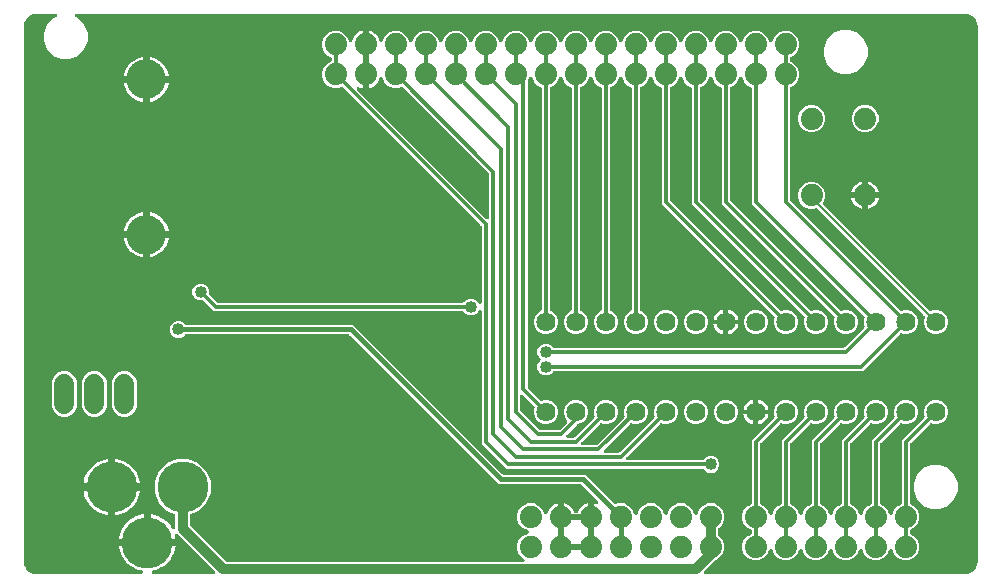
<source format=gbr>
G04 EAGLE Gerber RS-274X export*
G75*
%MOMM*%
%FSLAX34Y34*%
%LPD*%
%INBottom Copper*%
%IPPOS*%
%AMOC8*
5,1,8,0,0,1.08239X$1,22.5*%
G01*
%ADD10C,3.327400*%
%ADD11C,1.879600*%
%ADD12C,4.318000*%
%ADD13C,1.709600*%
%ADD14C,1.625600*%
%ADD15C,0.406400*%
%ADD16C,1.016000*%
%ADD17C,0.304800*%
%ADD18C,0.203200*%
%ADD19C,0.812800*%

G36*
X101844Y2541D02*
X101844Y2541D01*
X101848Y2541D01*
X102016Y2561D01*
X102186Y2581D01*
X102190Y2582D01*
X102194Y2582D01*
X102353Y2640D01*
X102515Y2698D01*
X102518Y2700D01*
X102521Y2701D01*
X102665Y2796D01*
X102807Y2887D01*
X102810Y2890D01*
X102813Y2892D01*
X102933Y3017D01*
X103050Y3138D01*
X103051Y3141D01*
X103054Y3144D01*
X103141Y3290D01*
X103228Y3437D01*
X103230Y3440D01*
X103231Y3444D01*
X103283Y3606D01*
X103335Y3769D01*
X103335Y3773D01*
X103336Y3776D01*
X103349Y3949D01*
X103363Y4116D01*
X103362Y4120D01*
X103362Y4124D01*
X103336Y4294D01*
X103311Y4461D01*
X103310Y4464D01*
X103309Y4468D01*
X103244Y4629D01*
X103182Y4785D01*
X103180Y4788D01*
X103179Y4791D01*
X103078Y4934D01*
X102983Y5071D01*
X102981Y5073D01*
X102978Y5076D01*
X102849Y5192D01*
X102724Y5304D01*
X102721Y5306D01*
X102718Y5309D01*
X102569Y5390D01*
X102419Y5473D01*
X102416Y5474D01*
X102412Y5476D01*
X102179Y5549D01*
X100309Y5976D01*
X97751Y6871D01*
X95309Y8047D01*
X93014Y9489D01*
X90895Y11179D01*
X88979Y13095D01*
X87289Y15214D01*
X85847Y17509D01*
X84671Y19951D01*
X83776Y22509D01*
X83173Y25152D01*
X83060Y26153D01*
X105476Y26153D01*
X105502Y26156D01*
X105528Y26154D01*
X105675Y26176D01*
X105822Y26193D01*
X105847Y26201D01*
X105873Y26205D01*
X106011Y26260D01*
X106150Y26310D01*
X106172Y26324D01*
X106197Y26334D01*
X106318Y26419D01*
X106443Y26499D01*
X106461Y26518D01*
X106483Y26533D01*
X106582Y26643D01*
X106685Y26750D01*
X106699Y26772D01*
X106716Y26792D01*
X106788Y26922D01*
X106864Y27049D01*
X106872Y27074D01*
X106885Y27097D01*
X106925Y27240D01*
X106970Y27381D01*
X106972Y27407D01*
X106979Y27432D01*
X106999Y27676D01*
X106999Y29201D01*
X107001Y29201D01*
X107001Y27676D01*
X107004Y27650D01*
X107002Y27624D01*
X107024Y27477D01*
X107041Y27330D01*
X107050Y27305D01*
X107053Y27279D01*
X107108Y27141D01*
X107158Y27002D01*
X107173Y26980D01*
X107182Y26955D01*
X107267Y26834D01*
X107347Y26709D01*
X107366Y26691D01*
X107381Y26669D01*
X107491Y26570D01*
X107598Y26467D01*
X107620Y26453D01*
X107640Y26436D01*
X107770Y26364D01*
X107897Y26288D01*
X107922Y26280D01*
X107945Y26267D01*
X108088Y26227D01*
X108229Y26182D01*
X108255Y26180D01*
X108280Y26172D01*
X108524Y26153D01*
X130940Y26153D01*
X130827Y25151D01*
X130224Y22509D01*
X129329Y19951D01*
X128153Y17509D01*
X126711Y15214D01*
X125021Y13095D01*
X123105Y11179D01*
X120986Y9489D01*
X118691Y8047D01*
X116249Y6871D01*
X113691Y5976D01*
X111821Y5549D01*
X111817Y5548D01*
X111814Y5547D01*
X111652Y5490D01*
X111492Y5433D01*
X111489Y5431D01*
X111485Y5430D01*
X111343Y5338D01*
X111198Y5246D01*
X111196Y5243D01*
X111193Y5241D01*
X111074Y5118D01*
X110955Y4996D01*
X110953Y4993D01*
X110950Y4990D01*
X110862Y4842D01*
X110775Y4698D01*
X110774Y4694D01*
X110772Y4691D01*
X110720Y4529D01*
X110667Y4367D01*
X110667Y4363D01*
X110665Y4359D01*
X110652Y4191D01*
X110637Y4019D01*
X110638Y4015D01*
X110637Y4012D01*
X110663Y3842D01*
X110687Y3674D01*
X110689Y3671D01*
X110689Y3667D01*
X110753Y3507D01*
X110814Y3350D01*
X110816Y3347D01*
X110818Y3343D01*
X110915Y3203D01*
X111012Y3063D01*
X111015Y3060D01*
X111017Y3057D01*
X111143Y2943D01*
X111269Y2828D01*
X111273Y2826D01*
X111276Y2824D01*
X111424Y2741D01*
X111574Y2658D01*
X111577Y2657D01*
X111581Y2655D01*
X111743Y2609D01*
X111909Y2562D01*
X111912Y2561D01*
X111916Y2560D01*
X112160Y2541D01*
X162960Y2541D01*
X163060Y2552D01*
X163160Y2554D01*
X163232Y2572D01*
X163306Y2581D01*
X163400Y2614D01*
X163498Y2639D01*
X163564Y2673D01*
X163634Y2698D01*
X163718Y2753D01*
X163808Y2799D01*
X163864Y2847D01*
X163927Y2887D01*
X163997Y2959D01*
X164073Y3024D01*
X164117Y3084D01*
X164169Y3138D01*
X164221Y3224D01*
X164280Y3305D01*
X164310Y3373D01*
X164348Y3437D01*
X164379Y3533D01*
X164418Y3625D01*
X164431Y3698D01*
X164454Y3769D01*
X164462Y3869D01*
X164480Y3968D01*
X164476Y4042D01*
X164482Y4116D01*
X164467Y4216D01*
X164462Y4316D01*
X164441Y4387D01*
X164430Y4461D01*
X164393Y4554D01*
X164365Y4651D01*
X164329Y4716D01*
X164302Y4785D01*
X164244Y4867D01*
X164195Y4955D01*
X164130Y5031D01*
X164103Y5071D01*
X164076Y5095D01*
X164037Y5141D01*
X133057Y36121D01*
X132981Y36181D01*
X132912Y36249D01*
X132845Y36289D01*
X132784Y36338D01*
X132697Y36379D01*
X132614Y36429D01*
X132539Y36453D01*
X132469Y36486D01*
X132374Y36507D01*
X132282Y36537D01*
X132204Y36543D01*
X132128Y36560D01*
X132032Y36558D01*
X131935Y36566D01*
X131858Y36555D01*
X131780Y36554D01*
X131686Y36530D01*
X131590Y36516D01*
X131518Y36488D01*
X131442Y36469D01*
X131356Y36425D01*
X131266Y36389D01*
X131201Y36345D01*
X131132Y36309D01*
X131058Y36246D01*
X130979Y36192D01*
X130926Y36134D01*
X130867Y36083D01*
X130809Y36006D01*
X130744Y35934D01*
X130706Y35866D01*
X130659Y35803D01*
X130621Y35714D01*
X130574Y35630D01*
X130552Y35555D01*
X130521Y35483D01*
X130504Y35388D01*
X130477Y35295D01*
X130474Y35217D01*
X130460Y35140D01*
X130465Y35043D01*
X130460Y34947D01*
X130475Y34841D01*
X130478Y34792D01*
X130487Y34760D01*
X130495Y34705D01*
X130827Y33248D01*
X130940Y32247D01*
X110047Y32247D01*
X110047Y53140D01*
X111049Y53027D01*
X113691Y52424D01*
X116249Y51529D01*
X118691Y50353D01*
X120986Y48911D01*
X123105Y47221D01*
X125021Y45305D01*
X126711Y43186D01*
X128090Y40991D01*
X128151Y40915D01*
X128203Y40834D01*
X128259Y40780D01*
X128308Y40719D01*
X128384Y40659D01*
X128454Y40592D01*
X128521Y40552D01*
X128582Y40504D01*
X128670Y40463D01*
X128753Y40413D01*
X128827Y40389D01*
X128898Y40356D01*
X128993Y40336D01*
X129085Y40307D01*
X129163Y40301D01*
X129239Y40285D01*
X129336Y40287D01*
X129432Y40279D01*
X129510Y40291D01*
X129588Y40292D01*
X129681Y40316D01*
X129777Y40331D01*
X129849Y40359D01*
X129925Y40379D01*
X130011Y40424D01*
X130101Y40459D01*
X130165Y40504D01*
X130234Y40540D01*
X130308Y40603D01*
X130387Y40658D01*
X130439Y40716D01*
X130498Y40767D01*
X130556Y40845D01*
X130620Y40917D01*
X130658Y40985D01*
X130704Y41048D01*
X130742Y41137D01*
X130789Y41222D01*
X130810Y41297D01*
X130841Y41369D01*
X130857Y41464D01*
X130884Y41558D01*
X130892Y41664D01*
X130901Y41712D01*
X130899Y41746D01*
X130903Y41801D01*
X130903Y52138D01*
X130895Y52214D01*
X130896Y52291D01*
X130875Y52387D01*
X130863Y52485D01*
X130838Y52557D01*
X130821Y52631D01*
X130779Y52720D01*
X130746Y52813D01*
X130704Y52877D01*
X130672Y52946D01*
X130610Y53023D01*
X130557Y53106D01*
X130502Y53159D01*
X130454Y53218D01*
X130377Y53279D01*
X130306Y53348D01*
X130241Y53387D01*
X130181Y53434D01*
X130047Y53503D01*
X130007Y53527D01*
X129989Y53532D01*
X129963Y53546D01*
X123619Y56174D01*
X116974Y62819D01*
X113377Y71501D01*
X113377Y80899D01*
X116974Y89581D01*
X123619Y96226D01*
X132301Y99823D01*
X141699Y99823D01*
X150381Y96226D01*
X157026Y89581D01*
X160623Y80899D01*
X160623Y71501D01*
X157026Y62819D01*
X150381Y56174D01*
X144037Y53546D01*
X143970Y53509D01*
X143899Y53480D01*
X143818Y53424D01*
X143732Y53376D01*
X143676Y53325D01*
X143613Y53281D01*
X143547Y53209D01*
X143474Y53142D01*
X143431Y53079D01*
X143380Y53023D01*
X143332Y52937D01*
X143276Y52856D01*
X143248Y52785D01*
X143211Y52718D01*
X143184Y52623D01*
X143148Y52531D01*
X143137Y52456D01*
X143116Y52382D01*
X143104Y52233D01*
X143097Y52187D01*
X143099Y52168D01*
X143097Y52138D01*
X143097Y43956D01*
X143111Y43831D01*
X143118Y43705D01*
X143131Y43658D01*
X143137Y43610D01*
X143179Y43491D01*
X143214Y43370D01*
X143238Y43328D01*
X143254Y43282D01*
X143323Y43176D01*
X143384Y43065D01*
X143424Y43019D01*
X143443Y42989D01*
X143478Y42956D01*
X143543Y42879D01*
X173275Y13147D01*
X173374Y13068D01*
X173468Y12984D01*
X173510Y12960D01*
X173548Y12930D01*
X173662Y12876D01*
X173773Y12815D01*
X173820Y12802D01*
X173863Y12781D01*
X173987Y12755D01*
X174109Y12720D01*
X174169Y12715D01*
X174204Y12708D01*
X174252Y12709D01*
X174352Y12701D01*
X424931Y12701D01*
X424981Y12706D01*
X425031Y12704D01*
X425154Y12726D01*
X425277Y12741D01*
X425325Y12758D01*
X425374Y12767D01*
X425488Y12816D01*
X425605Y12858D01*
X425648Y12885D01*
X425694Y12906D01*
X425794Y12980D01*
X425898Y13047D01*
X425933Y13083D01*
X425974Y13113D01*
X426054Y13208D01*
X426140Y13298D01*
X426166Y13341D01*
X426199Y13379D01*
X426255Y13490D01*
X426319Y13597D01*
X426334Y13645D01*
X426357Y13690D01*
X426387Y13810D01*
X426425Y13929D01*
X426429Y13979D01*
X426442Y14028D01*
X426443Y14152D01*
X426453Y14276D01*
X426446Y14326D01*
X426447Y14376D01*
X426420Y14498D01*
X426402Y14621D01*
X426383Y14668D01*
X426372Y14717D01*
X426319Y14829D01*
X426273Y14945D01*
X426244Y14986D01*
X426222Y15032D01*
X426145Y15129D01*
X426074Y15231D01*
X426037Y15265D01*
X426005Y15304D01*
X425907Y15381D01*
X425815Y15464D01*
X425771Y15489D01*
X425732Y15520D01*
X425514Y15631D01*
X425325Y15710D01*
X422110Y18925D01*
X420369Y23126D01*
X420369Y27674D01*
X422110Y31875D01*
X425325Y35090D01*
X429193Y36693D01*
X429281Y36741D01*
X429373Y36781D01*
X429433Y36826D01*
X429498Y36862D01*
X429572Y36930D01*
X429653Y36989D01*
X429701Y37046D01*
X429756Y37096D01*
X429813Y37179D01*
X429878Y37255D01*
X429912Y37322D01*
X429954Y37383D01*
X429991Y37476D01*
X430037Y37566D01*
X430055Y37638D01*
X430082Y37707D01*
X430096Y37806D01*
X430121Y37904D01*
X430122Y37978D01*
X430133Y38052D01*
X430124Y38152D01*
X430126Y38252D01*
X430110Y38325D01*
X430104Y38399D01*
X430073Y38495D01*
X430051Y38593D01*
X430020Y38660D01*
X429997Y38731D01*
X429945Y38817D01*
X429902Y38908D01*
X429855Y38966D01*
X429817Y39029D01*
X429747Y39102D01*
X429684Y39180D01*
X429626Y39226D01*
X429574Y39279D01*
X429490Y39334D01*
X429411Y39396D01*
X429321Y39442D01*
X429281Y39468D01*
X429247Y39480D01*
X429193Y39507D01*
X425325Y41110D01*
X422110Y44325D01*
X420369Y48526D01*
X420369Y53074D01*
X422110Y57275D01*
X425325Y60490D01*
X429526Y62231D01*
X434074Y62231D01*
X438275Y60490D01*
X441490Y57275D01*
X442858Y53973D01*
X442936Y53833D01*
X443011Y53692D01*
X443021Y53681D01*
X443028Y53668D01*
X443135Y53550D01*
X443240Y53429D01*
X443252Y53421D01*
X443262Y53410D01*
X443393Y53319D01*
X443523Y53226D01*
X443536Y53220D01*
X443548Y53212D01*
X443697Y53153D01*
X443845Y53092D01*
X443859Y53089D01*
X443873Y53084D01*
X444031Y53061D01*
X444189Y53035D01*
X444203Y53035D01*
X444217Y53033D01*
X444377Y53047D01*
X444536Y53057D01*
X444550Y53061D01*
X444565Y53062D01*
X444717Y53111D01*
X444870Y53158D01*
X444883Y53165D01*
X444896Y53169D01*
X445033Y53252D01*
X445172Y53332D01*
X445183Y53341D01*
X445195Y53349D01*
X445310Y53461D01*
X445426Y53570D01*
X445435Y53582D01*
X445445Y53592D01*
X445532Y53727D01*
X445620Y53859D01*
X445627Y53875D01*
X445633Y53885D01*
X445646Y53922D01*
X445714Y54085D01*
X446136Y55383D01*
X446989Y57057D01*
X448094Y58578D01*
X449422Y59906D01*
X450943Y61011D01*
X452617Y61864D01*
X454404Y62445D01*
X454661Y62485D01*
X454661Y51816D01*
X454664Y51790D01*
X454662Y51764D01*
X454684Y51617D01*
X454701Y51470D01*
X454709Y51445D01*
X454713Y51419D01*
X454768Y51282D01*
X454818Y51142D01*
X454832Y51120D01*
X454842Y51095D01*
X454927Y50974D01*
X455007Y50849D01*
X455026Y50831D01*
X455041Y50809D01*
X455057Y50795D01*
X454975Y50710D01*
X454961Y50687D01*
X454944Y50668D01*
X454872Y50538D01*
X454796Y50411D01*
X454788Y50386D01*
X454775Y50363D01*
X454735Y50220D01*
X454690Y50079D01*
X454687Y50053D01*
X454680Y50028D01*
X454661Y49784D01*
X454661Y26416D01*
X454664Y26390D01*
X454662Y26364D01*
X454684Y26217D01*
X454701Y26070D01*
X454709Y26045D01*
X454713Y26019D01*
X454768Y25882D01*
X454818Y25742D01*
X454832Y25720D01*
X454842Y25695D01*
X454927Y25574D01*
X455007Y25449D01*
X455026Y25431D01*
X455041Y25409D01*
X455151Y25310D01*
X455258Y25207D01*
X455280Y25193D01*
X455300Y25176D01*
X455430Y25104D01*
X455557Y25028D01*
X455582Y25020D01*
X455605Y25007D01*
X455748Y24967D01*
X455889Y24922D01*
X455915Y24920D01*
X455940Y24913D01*
X456184Y24893D01*
X456693Y24893D01*
X456693Y24384D01*
X456696Y24358D01*
X456694Y24332D01*
X456716Y24185D01*
X456733Y24038D01*
X456742Y24013D01*
X456746Y23987D01*
X456800Y23849D01*
X456850Y23710D01*
X456865Y23688D01*
X456874Y23663D01*
X456959Y23542D01*
X457039Y23417D01*
X457058Y23399D01*
X457073Y23377D01*
X457183Y23278D01*
X457290Y23175D01*
X457313Y23161D01*
X457332Y23144D01*
X457462Y23072D01*
X457589Y22996D01*
X457614Y22988D01*
X457637Y22975D01*
X457780Y22935D01*
X457921Y22890D01*
X457947Y22887D01*
X457972Y22880D01*
X458216Y22861D01*
X481584Y22861D01*
X481610Y22864D01*
X481636Y22862D01*
X481783Y22884D01*
X481930Y22901D01*
X481955Y22909D01*
X481981Y22913D01*
X482118Y22968D01*
X482258Y23018D01*
X482280Y23032D01*
X482305Y23042D01*
X482426Y23127D01*
X482551Y23207D01*
X482569Y23226D01*
X482591Y23241D01*
X482690Y23351D01*
X482793Y23458D01*
X482807Y23480D01*
X482824Y23500D01*
X482896Y23630D01*
X482972Y23757D01*
X482980Y23782D01*
X482993Y23805D01*
X483033Y23948D01*
X483078Y24089D01*
X483080Y24115D01*
X483087Y24140D01*
X483107Y24384D01*
X483107Y24893D01*
X483616Y24893D01*
X483642Y24896D01*
X483668Y24894D01*
X483815Y24916D01*
X483962Y24933D01*
X483987Y24942D01*
X484013Y24946D01*
X484151Y25000D01*
X484290Y25050D01*
X484312Y25065D01*
X484337Y25074D01*
X484458Y25159D01*
X484583Y25239D01*
X484601Y25258D01*
X484623Y25273D01*
X484722Y25383D01*
X484825Y25490D01*
X484839Y25513D01*
X484856Y25532D01*
X484928Y25662D01*
X485004Y25789D01*
X485012Y25814D01*
X485025Y25837D01*
X485065Y25980D01*
X485110Y26121D01*
X485112Y26147D01*
X485120Y26172D01*
X485139Y26416D01*
X485139Y49784D01*
X485137Y49801D01*
X485138Y49814D01*
X485137Y49821D01*
X485138Y49836D01*
X485116Y49983D01*
X485099Y50130D01*
X485091Y50155D01*
X485087Y50181D01*
X485032Y50318D01*
X484982Y50458D01*
X484968Y50480D01*
X484958Y50505D01*
X484873Y50626D01*
X484793Y50751D01*
X484774Y50769D01*
X484759Y50791D01*
X484743Y50805D01*
X484825Y50890D01*
X484839Y50913D01*
X484856Y50932D01*
X484928Y51062D01*
X485004Y51189D01*
X485012Y51214D01*
X485025Y51237D01*
X485065Y51380D01*
X485110Y51521D01*
X485112Y51547D01*
X485120Y51572D01*
X485139Y51816D01*
X485139Y62485D01*
X485396Y62445D01*
X487081Y61897D01*
X487243Y61864D01*
X487403Y61830D01*
X487413Y61830D01*
X487422Y61828D01*
X487589Y61833D01*
X487752Y61836D01*
X487761Y61838D01*
X487771Y61839D01*
X487931Y61881D01*
X488090Y61921D01*
X488098Y61925D01*
X488108Y61928D01*
X488253Y62005D01*
X488399Y62081D01*
X488407Y62087D01*
X488415Y62091D01*
X488539Y62200D01*
X488665Y62306D01*
X488671Y62314D01*
X488678Y62321D01*
X488774Y62454D01*
X488872Y62587D01*
X488876Y62596D01*
X488881Y62603D01*
X488945Y62755D01*
X489010Y62907D01*
X489012Y62916D01*
X489015Y62925D01*
X489043Y63088D01*
X489072Y63250D01*
X489071Y63259D01*
X489073Y63269D01*
X489062Y63434D01*
X489054Y63598D01*
X489051Y63607D01*
X489050Y63617D01*
X489003Y63774D01*
X488957Y63933D01*
X488952Y63941D01*
X488950Y63950D01*
X488868Y64092D01*
X488787Y64237D01*
X488780Y64245D01*
X488776Y64252D01*
X488755Y64275D01*
X488629Y64423D01*
X475012Y78039D01*
X474913Y78118D01*
X474820Y78202D01*
X474777Y78226D01*
X474739Y78256D01*
X474625Y78310D01*
X474515Y78371D01*
X474468Y78384D01*
X474424Y78405D01*
X474301Y78431D01*
X474179Y78466D01*
X474118Y78471D01*
X474084Y78478D01*
X474036Y78477D01*
X473935Y78485D01*
X404716Y78485D01*
X278162Y205039D01*
X278063Y205118D01*
X277970Y205202D01*
X277927Y205226D01*
X277889Y205256D01*
X277775Y205310D01*
X277665Y205371D01*
X277618Y205384D01*
X277574Y205405D01*
X277451Y205431D01*
X277329Y205466D01*
X277268Y205471D01*
X277234Y205478D01*
X277186Y205477D01*
X277085Y205485D01*
X139975Y205485D01*
X139850Y205471D01*
X139723Y205464D01*
X139677Y205451D01*
X139629Y205445D01*
X139510Y205403D01*
X139388Y205368D01*
X139346Y205344D01*
X139301Y205328D01*
X139195Y205259D01*
X139084Y205198D01*
X139038Y205158D01*
X139008Y205139D01*
X138974Y205104D01*
X138898Y205039D01*
X137379Y203520D01*
X134765Y202437D01*
X131935Y202437D01*
X129321Y203520D01*
X127320Y205521D01*
X126237Y208135D01*
X126237Y210965D01*
X127320Y213579D01*
X129321Y215580D01*
X131935Y216663D01*
X134765Y216663D01*
X137379Y215580D01*
X138898Y214061D01*
X138997Y213982D01*
X139091Y213898D01*
X139133Y213874D01*
X139171Y213844D01*
X139285Y213790D01*
X139396Y213729D01*
X139442Y213716D01*
X139486Y213695D01*
X139610Y213669D01*
X139731Y213634D01*
X139792Y213629D01*
X139827Y213622D01*
X139875Y213623D01*
X139975Y213615D01*
X281084Y213615D01*
X407638Y87061D01*
X407737Y86982D01*
X407830Y86898D01*
X407873Y86874D01*
X407911Y86844D01*
X408025Y86790D01*
X408135Y86729D01*
X408182Y86716D01*
X408226Y86695D01*
X408349Y86669D01*
X408471Y86634D01*
X408532Y86629D01*
X408566Y86622D01*
X408614Y86623D01*
X408715Y86615D01*
X477934Y86615D01*
X480761Y83788D01*
X502596Y61952D01*
X502656Y61905D01*
X502709Y61850D01*
X502792Y61797D01*
X502869Y61735D01*
X502938Y61703D01*
X503003Y61662D01*
X503096Y61629D01*
X503184Y61587D01*
X503259Y61570D01*
X503331Y61545D01*
X503429Y61534D01*
X503525Y61513D01*
X503601Y61514D01*
X503677Y61506D01*
X503775Y61517D01*
X503874Y61519D01*
X503948Y61538D01*
X504024Y61547D01*
X504166Y61593D01*
X504212Y61604D01*
X504229Y61613D01*
X504256Y61622D01*
X505726Y62231D01*
X510274Y62231D01*
X514475Y60490D01*
X517690Y57275D01*
X519293Y53407D01*
X519342Y53319D01*
X519382Y53227D01*
X519426Y53167D01*
X519462Y53102D01*
X519529Y53028D01*
X519589Y52947D01*
X519646Y52899D01*
X519696Y52844D01*
X519779Y52787D01*
X519855Y52722D01*
X519922Y52688D01*
X519983Y52646D01*
X520076Y52609D01*
X520166Y52563D01*
X520238Y52545D01*
X520307Y52518D01*
X520406Y52504D01*
X520504Y52479D01*
X520578Y52478D01*
X520652Y52467D01*
X520752Y52476D01*
X520852Y52474D01*
X520925Y52490D01*
X520999Y52496D01*
X521095Y52527D01*
X521193Y52549D01*
X521260Y52580D01*
X521331Y52603D01*
X521417Y52655D01*
X521508Y52698D01*
X521566Y52745D01*
X521629Y52783D01*
X521701Y52853D01*
X521780Y52916D01*
X521826Y52974D01*
X521879Y53026D01*
X521934Y53110D01*
X521996Y53189D01*
X522042Y53279D01*
X522068Y53319D01*
X522080Y53353D01*
X522107Y53407D01*
X523710Y57275D01*
X526925Y60490D01*
X531126Y62231D01*
X535674Y62231D01*
X539875Y60490D01*
X543090Y57275D01*
X544693Y53407D01*
X544741Y53319D01*
X544781Y53227D01*
X544826Y53167D01*
X544862Y53102D01*
X544930Y53028D01*
X544989Y52947D01*
X545046Y52899D01*
X545096Y52844D01*
X545179Y52787D01*
X545255Y52722D01*
X545322Y52688D01*
X545383Y52646D01*
X545476Y52609D01*
X545566Y52563D01*
X545638Y52545D01*
X545707Y52518D01*
X545806Y52504D01*
X545904Y52479D01*
X545978Y52478D01*
X546052Y52467D01*
X546152Y52476D01*
X546252Y52474D01*
X546325Y52490D01*
X546399Y52496D01*
X546495Y52527D01*
X546593Y52549D01*
X546660Y52580D01*
X546731Y52603D01*
X546817Y52655D01*
X546908Y52698D01*
X546966Y52745D01*
X547029Y52783D01*
X547102Y52853D01*
X547180Y52916D01*
X547226Y52974D01*
X547279Y53026D01*
X547334Y53110D01*
X547396Y53189D01*
X547442Y53279D01*
X547468Y53319D01*
X547480Y53353D01*
X547507Y53407D01*
X549110Y57275D01*
X552325Y60490D01*
X556526Y62231D01*
X561074Y62231D01*
X565275Y60490D01*
X568490Y57275D01*
X570093Y53407D01*
X570141Y53319D01*
X570181Y53227D01*
X570226Y53167D01*
X570262Y53102D01*
X570330Y53028D01*
X570389Y52947D01*
X570446Y52899D01*
X570496Y52844D01*
X570579Y52787D01*
X570655Y52722D01*
X570722Y52688D01*
X570783Y52646D01*
X570876Y52609D01*
X570966Y52563D01*
X571038Y52545D01*
X571107Y52518D01*
X571206Y52504D01*
X571304Y52479D01*
X571378Y52478D01*
X571452Y52467D01*
X571552Y52476D01*
X571652Y52474D01*
X571725Y52490D01*
X571799Y52496D01*
X571895Y52527D01*
X571993Y52549D01*
X572060Y52580D01*
X572131Y52603D01*
X572217Y52655D01*
X572308Y52698D01*
X572366Y52745D01*
X572429Y52783D01*
X572502Y52853D01*
X572580Y52916D01*
X572626Y52974D01*
X572679Y53026D01*
X572734Y53110D01*
X572796Y53189D01*
X572842Y53279D01*
X572868Y53319D01*
X572880Y53353D01*
X572907Y53407D01*
X574510Y57275D01*
X577725Y60490D01*
X581926Y62231D01*
X586474Y62231D01*
X590675Y60490D01*
X593890Y57275D01*
X595631Y53074D01*
X595631Y48526D01*
X593890Y44325D01*
X590743Y41177D01*
X590664Y41078D01*
X590580Y40985D01*
X590556Y40942D01*
X590526Y40904D01*
X590472Y40790D01*
X590411Y40679D01*
X590398Y40633D01*
X590377Y40589D01*
X590351Y40466D01*
X590316Y40344D01*
X590311Y40283D01*
X590304Y40249D01*
X590305Y40201D01*
X590297Y40100D01*
X590297Y36100D01*
X590311Y35974D01*
X590318Y35848D01*
X590331Y35801D01*
X590337Y35753D01*
X590379Y35635D01*
X590414Y35513D01*
X590438Y35471D01*
X590454Y35425D01*
X590523Y35319D01*
X590584Y35209D01*
X590624Y35163D01*
X590643Y35133D01*
X590678Y35099D01*
X590743Y35023D01*
X593890Y31875D01*
X595631Y27674D01*
X595631Y23126D01*
X593890Y18925D01*
X590675Y15710D01*
X588484Y14802D01*
X588482Y14801D01*
X588480Y14800D01*
X588331Y14717D01*
X588179Y14633D01*
X588178Y14631D01*
X588176Y14630D01*
X587990Y14472D01*
X587439Y13921D01*
X578659Y5141D01*
X578597Y5063D01*
X578527Y4990D01*
X578489Y4926D01*
X578443Y4868D01*
X578400Y4777D01*
X578348Y4691D01*
X578325Y4620D01*
X578294Y4553D01*
X578273Y4455D01*
X578242Y4359D01*
X578236Y4285D01*
X578220Y4212D01*
X578222Y4112D01*
X578214Y4012D01*
X578225Y3938D01*
X578226Y3864D01*
X578251Y3767D01*
X578266Y3667D01*
X578293Y3598D01*
X578311Y3526D01*
X578357Y3436D01*
X578394Y3343D01*
X578437Y3282D01*
X578471Y3216D01*
X578536Y3139D01*
X578593Y3057D01*
X578648Y3007D01*
X578697Y2951D01*
X578778Y2891D01*
X578852Y2824D01*
X578917Y2788D01*
X578977Y2743D01*
X579069Y2704D01*
X579157Y2655D01*
X579229Y2635D01*
X579297Y2605D01*
X579396Y2588D01*
X579492Y2560D01*
X579593Y2552D01*
X579640Y2544D01*
X579676Y2546D01*
X579736Y2541D01*
X799900Y2541D01*
X799948Y2546D01*
X800049Y2548D01*
X801734Y2714D01*
X801834Y2736D01*
X801935Y2747D01*
X802028Y2778D01*
X802075Y2788D01*
X802108Y2803D01*
X802168Y2823D01*
X805281Y4112D01*
X805283Y4113D01*
X805285Y4114D01*
X805433Y4196D01*
X805585Y4281D01*
X805587Y4283D01*
X805589Y4284D01*
X805775Y4442D01*
X808158Y6825D01*
X808159Y6827D01*
X808161Y6828D01*
X808271Y6967D01*
X808374Y7098D01*
X808375Y7100D01*
X808376Y7101D01*
X808488Y7319D01*
X809777Y10432D01*
X809805Y10531D01*
X809843Y10625D01*
X809860Y10721D01*
X809873Y10767D01*
X809875Y10804D01*
X809886Y10866D01*
X810052Y12551D01*
X810051Y12599D01*
X810059Y12700D01*
X810059Y466600D01*
X810054Y466648D01*
X810052Y466749D01*
X809886Y468434D01*
X809864Y468534D01*
X809853Y468635D01*
X809822Y468728D01*
X809812Y468775D01*
X809797Y468808D01*
X809777Y468868D01*
X808488Y471981D01*
X808487Y471983D01*
X808486Y471985D01*
X808404Y472133D01*
X808319Y472285D01*
X808317Y472287D01*
X808316Y472289D01*
X808158Y472475D01*
X805775Y474858D01*
X805773Y474859D01*
X805772Y474861D01*
X805633Y474971D01*
X805502Y475074D01*
X805500Y475075D01*
X805499Y475076D01*
X805281Y475188D01*
X802168Y476477D01*
X802069Y476505D01*
X801975Y476543D01*
X801879Y476560D01*
X801833Y476573D01*
X801796Y476575D01*
X801734Y476586D01*
X800049Y476752D01*
X800001Y476751D01*
X799900Y476759D01*
X46987Y476759D01*
X46937Y476754D01*
X46887Y476756D01*
X46764Y476734D01*
X46641Y476719D01*
X46593Y476702D01*
X46544Y476693D01*
X46430Y476644D01*
X46313Y476602D01*
X46270Y476575D01*
X46224Y476555D01*
X46124Y476480D01*
X46020Y476413D01*
X45985Y476377D01*
X45944Y476347D01*
X45864Y476252D01*
X45778Y476162D01*
X45752Y476119D01*
X45719Y476081D01*
X45663Y475970D01*
X45599Y475863D01*
X45583Y475815D01*
X45560Y475770D01*
X45530Y475650D01*
X45493Y475531D01*
X45488Y475481D01*
X45476Y475432D01*
X45475Y475308D01*
X45465Y475184D01*
X45472Y475134D01*
X45471Y475084D01*
X45498Y474962D01*
X45516Y474839D01*
X45535Y474792D01*
X45546Y474743D01*
X45599Y474631D01*
X45645Y474515D01*
X45674Y474474D01*
X45695Y474428D01*
X45773Y474331D01*
X45844Y474229D01*
X45881Y474195D01*
X45913Y474156D01*
X46010Y474079D01*
X46103Y473996D01*
X46147Y473971D01*
X46186Y473940D01*
X46404Y473829D01*
X48603Y472918D01*
X53818Y467703D01*
X56641Y460888D01*
X56641Y453512D01*
X53818Y446697D01*
X48603Y441482D01*
X41788Y438659D01*
X34412Y438659D01*
X27597Y441482D01*
X22382Y446697D01*
X19559Y453512D01*
X19559Y460888D01*
X22382Y467703D01*
X27597Y472918D01*
X29796Y473829D01*
X29840Y473853D01*
X29887Y473870D01*
X29992Y473938D01*
X30101Y473998D01*
X30138Y474032D01*
X30180Y474059D01*
X30267Y474149D01*
X30359Y474232D01*
X30387Y474274D01*
X30422Y474310D01*
X30486Y474417D01*
X30557Y474519D01*
X30575Y474566D01*
X30601Y474609D01*
X30639Y474727D01*
X30685Y474843D01*
X30692Y474893D01*
X30707Y474941D01*
X30717Y475065D01*
X30736Y475188D01*
X30731Y475238D01*
X30735Y475288D01*
X30717Y475411D01*
X30707Y475535D01*
X30691Y475583D01*
X30684Y475633D01*
X30638Y475748D01*
X30600Y475867D01*
X30574Y475910D01*
X30555Y475957D01*
X30484Y476059D01*
X30420Y476165D01*
X30385Y476202D01*
X30356Y476243D01*
X30264Y476326D01*
X30177Y476415D01*
X30135Y476443D01*
X30097Y476476D01*
X29988Y476536D01*
X29884Y476604D01*
X29836Y476621D01*
X29792Y476645D01*
X29673Y476679D01*
X29555Y476720D01*
X29505Y476726D01*
X29457Y476740D01*
X29213Y476759D01*
X12700Y476759D01*
X12652Y476754D01*
X12551Y476752D01*
X10866Y476586D01*
X10766Y476564D01*
X10665Y476553D01*
X10572Y476522D01*
X10525Y476512D01*
X10492Y476497D01*
X10432Y476477D01*
X7319Y475188D01*
X7317Y475187D01*
X7315Y475186D01*
X7167Y475104D01*
X7015Y475019D01*
X7013Y475017D01*
X7011Y475016D01*
X6825Y474858D01*
X4442Y472475D01*
X4441Y472473D01*
X4439Y472472D01*
X4326Y472329D01*
X4226Y472202D01*
X4225Y472200D01*
X4224Y472199D01*
X4112Y471981D01*
X2823Y468868D01*
X2795Y468769D01*
X2757Y468675D01*
X2740Y468579D01*
X2727Y468533D01*
X2725Y468496D01*
X2714Y468434D01*
X2548Y466749D01*
X2549Y466701D01*
X2541Y466600D01*
X2541Y12700D01*
X2546Y12652D01*
X2548Y12551D01*
X2714Y10866D01*
X2736Y10766D01*
X2747Y10665D01*
X2778Y10572D01*
X2788Y10525D01*
X2803Y10492D01*
X2823Y10432D01*
X4112Y7319D01*
X4113Y7317D01*
X4114Y7315D01*
X4196Y7167D01*
X4281Y7015D01*
X4283Y7013D01*
X4284Y7011D01*
X4442Y6825D01*
X6825Y4442D01*
X6827Y4441D01*
X6828Y4439D01*
X6970Y4327D01*
X7098Y4226D01*
X7100Y4225D01*
X7101Y4224D01*
X7319Y4112D01*
X10432Y2823D01*
X10531Y2795D01*
X10625Y2757D01*
X10721Y2740D01*
X10767Y2727D01*
X10804Y2725D01*
X10866Y2714D01*
X12551Y2548D01*
X12599Y2549D01*
X12700Y2541D01*
X101840Y2541D01*
X101844Y2541D01*
G37*
%LPC*%
G36*
X582785Y88137D02*
X582785Y88137D01*
X580171Y89220D01*
X578144Y91247D01*
X578045Y91326D01*
X577951Y91410D01*
X577909Y91434D01*
X577871Y91464D01*
X577757Y91518D01*
X577646Y91579D01*
X577600Y91592D01*
X577556Y91613D01*
X577432Y91639D01*
X577311Y91674D01*
X577250Y91679D01*
X577215Y91686D01*
X577167Y91685D01*
X577067Y91693D01*
X411277Y91693D01*
X390143Y112827D01*
X390143Y224429D01*
X390138Y224480D01*
X390140Y224530D01*
X390118Y224652D01*
X390103Y224776D01*
X390086Y224823D01*
X390077Y224873D01*
X390028Y224987D01*
X389986Y225104D01*
X389959Y225146D01*
X389938Y225192D01*
X389864Y225292D01*
X389797Y225397D01*
X389761Y225432D01*
X389731Y225472D01*
X389636Y225552D01*
X389546Y225639D01*
X389503Y225665D01*
X389465Y225697D01*
X389354Y225754D01*
X389247Y225818D01*
X389199Y225833D01*
X389154Y225856D01*
X389034Y225886D01*
X388915Y225924D01*
X388865Y225928D01*
X388816Y225940D01*
X388692Y225942D01*
X388568Y225952D01*
X388518Y225944D01*
X388468Y225945D01*
X388346Y225919D01*
X388223Y225900D01*
X388176Y225882D01*
X388127Y225871D01*
X388015Y225817D01*
X387899Y225771D01*
X387858Y225743D01*
X387812Y225721D01*
X387715Y225643D01*
X387613Y225572D01*
X387579Y225535D01*
X387540Y225504D01*
X387463Y225406D01*
X387380Y225314D01*
X387355Y225270D01*
X387324Y225230D01*
X387213Y225012D01*
X387030Y224571D01*
X385029Y222570D01*
X382415Y221487D01*
X379585Y221487D01*
X376971Y222570D01*
X374944Y224597D01*
X374845Y224676D01*
X374751Y224760D01*
X374709Y224784D01*
X374671Y224814D01*
X374557Y224868D01*
X374446Y224929D01*
X374400Y224942D01*
X374356Y224963D01*
X374232Y224989D01*
X374111Y225024D01*
X374050Y225029D01*
X374015Y225036D01*
X373967Y225035D01*
X373867Y225043D01*
X163627Y225043D01*
X154929Y233741D01*
X154830Y233820D01*
X154736Y233904D01*
X154694Y233928D01*
X154656Y233958D01*
X154542Y234012D01*
X154431Y234073D01*
X154384Y234086D01*
X154341Y234107D01*
X154217Y234133D01*
X154096Y234168D01*
X154035Y234173D01*
X154000Y234180D01*
X153952Y234179D01*
X153852Y234187D01*
X150985Y234187D01*
X148371Y235270D01*
X146370Y237271D01*
X145287Y239885D01*
X145287Y242715D01*
X146370Y245329D01*
X148371Y247330D01*
X150985Y248413D01*
X153815Y248413D01*
X156429Y247330D01*
X158430Y245329D01*
X159513Y242715D01*
X159513Y239848D01*
X159527Y239723D01*
X159534Y239596D01*
X159547Y239550D01*
X159553Y239502D01*
X159595Y239383D01*
X159630Y239262D01*
X159654Y239219D01*
X159670Y239174D01*
X159739Y239068D01*
X159800Y238957D01*
X159840Y238911D01*
X159859Y238881D01*
X159894Y238848D01*
X159959Y238771D01*
X166127Y232603D01*
X166226Y232524D01*
X166320Y232440D01*
X166362Y232416D01*
X166400Y232386D01*
X166514Y232332D01*
X166625Y232271D01*
X166672Y232258D01*
X166715Y232237D01*
X166839Y232211D01*
X166960Y232176D01*
X167021Y232171D01*
X167056Y232164D01*
X167104Y232165D01*
X167204Y232157D01*
X373867Y232157D01*
X373992Y232171D01*
X374119Y232178D01*
X374165Y232191D01*
X374213Y232197D01*
X374332Y232239D01*
X374454Y232274D01*
X374496Y232298D01*
X374541Y232314D01*
X374647Y232383D01*
X374758Y232444D01*
X374804Y232484D01*
X374834Y232503D01*
X374868Y232538D01*
X374944Y232603D01*
X376971Y234630D01*
X379585Y235713D01*
X382415Y235713D01*
X385029Y234630D01*
X387030Y232629D01*
X387213Y232188D01*
X387237Y232144D01*
X387254Y232096D01*
X387322Y231992D01*
X387382Y231883D01*
X387416Y231846D01*
X387443Y231803D01*
X387533Y231717D01*
X387616Y231625D01*
X387658Y231596D01*
X387694Y231561D01*
X387801Y231497D01*
X387903Y231427D01*
X387950Y231408D01*
X387993Y231382D01*
X388111Y231344D01*
X388227Y231299D01*
X388277Y231291D01*
X388325Y231276D01*
X388449Y231266D01*
X388572Y231248D01*
X388622Y231252D01*
X388672Y231248D01*
X388795Y231267D01*
X388919Y231277D01*
X388967Y231292D01*
X389017Y231300D01*
X389133Y231346D01*
X389251Y231384D01*
X389294Y231410D01*
X389341Y231429D01*
X389443Y231500D01*
X389549Y231564D01*
X389586Y231599D01*
X389627Y231628D01*
X389710Y231720D01*
X389799Y231806D01*
X389827Y231849D01*
X389860Y231886D01*
X389920Y231995D01*
X389988Y232100D01*
X390004Y232147D01*
X390029Y232191D01*
X390063Y232311D01*
X390104Y232428D01*
X390110Y232478D01*
X390124Y232527D01*
X390143Y232771D01*
X390143Y296346D01*
X390129Y296471D01*
X390122Y296598D01*
X390109Y296644D01*
X390103Y296692D01*
X390061Y296811D01*
X390026Y296932D01*
X390002Y296975D01*
X389986Y297020D01*
X389917Y297126D01*
X389856Y297237D01*
X389816Y297283D01*
X389797Y297313D01*
X389762Y297347D01*
X389697Y297423D01*
X272612Y414508D01*
X272552Y414556D01*
X272499Y414611D01*
X272416Y414664D01*
X272339Y414725D01*
X272270Y414758D01*
X272205Y414799D01*
X272113Y414832D01*
X272024Y414874D01*
X271949Y414890D01*
X271877Y414916D01*
X271779Y414927D01*
X271683Y414947D01*
X271607Y414946D01*
X271531Y414955D01*
X271433Y414943D01*
X271334Y414941D01*
X271260Y414923D01*
X271184Y414914D01*
X271042Y414868D01*
X270996Y414856D01*
X270979Y414847D01*
X270952Y414839D01*
X268974Y414019D01*
X264426Y414019D01*
X260225Y415760D01*
X257010Y418975D01*
X255269Y423176D01*
X255269Y427724D01*
X257010Y431925D01*
X260225Y435140D01*
X262203Y435960D01*
X262270Y435997D01*
X262341Y436025D01*
X262421Y436081D01*
X262508Y436129D01*
X262564Y436181D01*
X262627Y436224D01*
X262693Y436297D01*
X262766Y436363D01*
X262809Y436426D01*
X262860Y436483D01*
X262908Y436569D01*
X262964Y436650D01*
X262992Y436721D01*
X263029Y436788D01*
X263056Y436883D01*
X263092Y436974D01*
X263103Y437050D01*
X263124Y437123D01*
X263136Y437272D01*
X263143Y437319D01*
X263141Y437338D01*
X263143Y437367D01*
X263143Y438933D01*
X263135Y439009D01*
X263136Y439085D01*
X263115Y439182D01*
X263103Y439279D01*
X263078Y439351D01*
X263061Y439426D01*
X263019Y439515D01*
X262986Y439607D01*
X262944Y439672D01*
X262912Y439740D01*
X262850Y439817D01*
X262797Y439900D01*
X262742Y439953D01*
X262694Y440013D01*
X262617Y440074D01*
X262546Y440142D01*
X262481Y440181D01*
X262421Y440229D01*
X262288Y440297D01*
X262247Y440321D01*
X262229Y440327D01*
X262203Y440340D01*
X260225Y441160D01*
X257010Y444375D01*
X255269Y448576D01*
X255269Y453124D01*
X257010Y457325D01*
X260225Y460540D01*
X264426Y462281D01*
X268974Y462281D01*
X273175Y460540D01*
X276390Y457325D01*
X277758Y454023D01*
X277836Y453883D01*
X277911Y453742D01*
X277921Y453731D01*
X277928Y453718D01*
X278035Y453600D01*
X278140Y453479D01*
X278152Y453471D01*
X278162Y453460D01*
X278293Y453369D01*
X278423Y453276D01*
X278436Y453270D01*
X278448Y453262D01*
X278597Y453203D01*
X278745Y453142D01*
X278759Y453139D01*
X278773Y453134D01*
X278931Y453111D01*
X279089Y453085D01*
X279103Y453085D01*
X279117Y453083D01*
X279277Y453097D01*
X279436Y453107D01*
X279450Y453111D01*
X279465Y453112D01*
X279617Y453161D01*
X279770Y453208D01*
X279783Y453215D01*
X279796Y453219D01*
X279933Y453302D01*
X280072Y453382D01*
X280083Y453391D01*
X280095Y453399D01*
X280210Y453511D01*
X280326Y453620D01*
X280335Y453632D01*
X280345Y453642D01*
X280432Y453777D01*
X280520Y453909D01*
X280527Y453925D01*
X280533Y453935D01*
X280546Y453972D01*
X280614Y454135D01*
X281036Y455433D01*
X281889Y457107D01*
X282994Y458628D01*
X284322Y459956D01*
X285843Y461061D01*
X287517Y461914D01*
X289304Y462495D01*
X289561Y462535D01*
X289561Y451866D01*
X289562Y451854D01*
X289562Y451847D01*
X289563Y451836D01*
X289562Y451814D01*
X289584Y451667D01*
X289601Y451520D01*
X289609Y451495D01*
X289613Y451469D01*
X289668Y451332D01*
X289718Y451192D01*
X289732Y451170D01*
X289742Y451145D01*
X289827Y451024D01*
X289907Y450899D01*
X289926Y450881D01*
X289941Y450859D01*
X289957Y450845D01*
X289875Y450760D01*
X289861Y450737D01*
X289844Y450718D01*
X289772Y450588D01*
X289696Y450461D01*
X289688Y450436D01*
X289675Y450413D01*
X289635Y450270D01*
X289590Y450129D01*
X289587Y450103D01*
X289580Y450078D01*
X289561Y449834D01*
X289561Y426466D01*
X289564Y426440D01*
X289562Y426414D01*
X289584Y426267D01*
X289601Y426120D01*
X289609Y426095D01*
X289613Y426069D01*
X289668Y425932D01*
X289718Y425792D01*
X289732Y425770D01*
X289742Y425745D01*
X289827Y425624D01*
X289907Y425499D01*
X289926Y425481D01*
X289941Y425459D01*
X289957Y425445D01*
X289875Y425360D01*
X289861Y425337D01*
X289844Y425318D01*
X289772Y425188D01*
X289696Y425061D01*
X289688Y425036D01*
X289675Y425013D01*
X289635Y424870D01*
X289590Y424729D01*
X289587Y424703D01*
X289580Y424678D01*
X289561Y424434D01*
X289561Y413765D01*
X289304Y413805D01*
X287517Y414386D01*
X286457Y414926D01*
X286354Y414965D01*
X286254Y415012D01*
X286191Y415025D01*
X286130Y415048D01*
X286021Y415062D01*
X285913Y415085D01*
X285849Y415084D01*
X285784Y415092D01*
X285675Y415081D01*
X285565Y415079D01*
X285502Y415063D01*
X285438Y415057D01*
X285334Y415021D01*
X285227Y414994D01*
X285169Y414964D01*
X285108Y414943D01*
X285015Y414885D01*
X284917Y414834D01*
X284868Y414793D01*
X284813Y414758D01*
X284736Y414680D01*
X284652Y414609D01*
X284613Y414557D01*
X284568Y414510D01*
X284510Y414417D01*
X284445Y414328D01*
X284419Y414269D01*
X284385Y414214D01*
X284350Y414109D01*
X284307Y414008D01*
X284295Y413945D01*
X284275Y413883D01*
X284264Y413774D01*
X284245Y413665D01*
X284248Y413601D01*
X284242Y413536D01*
X284257Y413427D01*
X284263Y413317D01*
X284281Y413255D01*
X284290Y413191D01*
X284329Y413088D01*
X284359Y412982D01*
X284391Y412926D01*
X284414Y412865D01*
X284476Y412774D01*
X284530Y412678D01*
X284584Y412614D01*
X284609Y412577D01*
X284640Y412549D01*
X284688Y412492D01*
X393893Y303287D01*
X393971Y303225D01*
X394044Y303155D01*
X394108Y303117D01*
X394166Y303070D01*
X394257Y303028D01*
X394343Y302976D01*
X394414Y302953D01*
X394481Y302922D01*
X394579Y302900D01*
X394675Y302870D01*
X394749Y302864D01*
X394822Y302848D01*
X394922Y302850D01*
X395022Y302842D01*
X395096Y302853D01*
X395170Y302854D01*
X395267Y302879D01*
X395367Y302893D01*
X395436Y302921D01*
X395508Y302939D01*
X395598Y302985D01*
X395691Y303022D01*
X395752Y303065D01*
X395818Y303099D01*
X395895Y303164D01*
X395977Y303221D01*
X396027Y303276D01*
X396083Y303325D01*
X396143Y303405D01*
X396210Y303480D01*
X396246Y303545D01*
X396291Y303605D01*
X396330Y303697D01*
X396379Y303785D01*
X396399Y303857D01*
X396429Y303925D01*
X396446Y304024D01*
X396474Y304120D01*
X396482Y304220D01*
X396490Y304268D01*
X396488Y304304D01*
X396493Y304364D01*
X396493Y340796D01*
X396479Y340921D01*
X396472Y341048D01*
X396459Y341094D01*
X396453Y341142D01*
X396411Y341261D01*
X396376Y341382D01*
X396352Y341425D01*
X396336Y341470D01*
X396267Y341576D01*
X396206Y341687D01*
X396166Y341733D01*
X396147Y341763D01*
X396112Y341797D01*
X396047Y341873D01*
X323412Y414508D01*
X323352Y414556D01*
X323299Y414611D01*
X323216Y414664D01*
X323139Y414725D01*
X323070Y414758D01*
X323005Y414799D01*
X322913Y414832D01*
X322824Y414874D01*
X322749Y414890D01*
X322677Y414916D01*
X322579Y414927D01*
X322483Y414947D01*
X322407Y414946D01*
X322331Y414955D01*
X322233Y414943D01*
X322134Y414941D01*
X322060Y414923D01*
X321984Y414914D01*
X321842Y414868D01*
X321796Y414856D01*
X321779Y414847D01*
X321752Y414839D01*
X319774Y414019D01*
X315226Y414019D01*
X311025Y415760D01*
X307810Y418975D01*
X306442Y422277D01*
X306364Y422417D01*
X306289Y422558D01*
X306279Y422569D01*
X306272Y422582D01*
X306165Y422700D01*
X306060Y422821D01*
X306048Y422829D01*
X306038Y422840D01*
X305908Y422930D01*
X305777Y423024D01*
X305764Y423030D01*
X305752Y423038D01*
X305603Y423097D01*
X305455Y423158D01*
X305441Y423161D01*
X305427Y423166D01*
X305269Y423189D01*
X305111Y423215D01*
X305097Y423215D01*
X305083Y423217D01*
X304923Y423203D01*
X304764Y423193D01*
X304750Y423189D01*
X304735Y423188D01*
X304583Y423139D01*
X304430Y423092D01*
X304417Y423085D01*
X304404Y423081D01*
X304267Y422998D01*
X304128Y422918D01*
X304117Y422909D01*
X304105Y422901D01*
X303990Y422789D01*
X303874Y422680D01*
X303865Y422668D01*
X303855Y422658D01*
X303768Y422523D01*
X303680Y422391D01*
X303673Y422375D01*
X303667Y422365D01*
X303654Y422328D01*
X303586Y422165D01*
X303164Y420867D01*
X302311Y419193D01*
X301206Y417672D01*
X299878Y416344D01*
X298357Y415239D01*
X296683Y414386D01*
X294896Y413805D01*
X294639Y413765D01*
X294639Y424434D01*
X294636Y424460D01*
X294638Y424486D01*
X294616Y424633D01*
X294599Y424780D01*
X294591Y424805D01*
X294587Y424831D01*
X294532Y424968D01*
X294482Y425108D01*
X294468Y425130D01*
X294458Y425155D01*
X294373Y425276D01*
X294293Y425401D01*
X294274Y425419D01*
X294259Y425441D01*
X294243Y425455D01*
X294325Y425540D01*
X294339Y425563D01*
X294356Y425582D01*
X294428Y425712D01*
X294504Y425839D01*
X294512Y425864D01*
X294525Y425887D01*
X294565Y426030D01*
X294610Y426171D01*
X294612Y426197D01*
X294620Y426222D01*
X294639Y426466D01*
X294639Y449834D01*
X294636Y449860D01*
X294638Y449886D01*
X294616Y450033D01*
X294599Y450180D01*
X294591Y450205D01*
X294587Y450231D01*
X294532Y450368D01*
X294482Y450508D01*
X294468Y450530D01*
X294458Y450555D01*
X294373Y450676D01*
X294293Y450801D01*
X294274Y450819D01*
X294259Y450841D01*
X294243Y450855D01*
X294325Y450940D01*
X294339Y450963D01*
X294356Y450982D01*
X294428Y451112D01*
X294504Y451239D01*
X294512Y451264D01*
X294525Y451287D01*
X294565Y451430D01*
X294610Y451571D01*
X294612Y451597D01*
X294620Y451622D01*
X294639Y451866D01*
X294639Y462535D01*
X294896Y462495D01*
X296683Y461914D01*
X298357Y461061D01*
X299878Y459956D01*
X301206Y458628D01*
X302311Y457107D01*
X303164Y455433D01*
X303586Y454135D01*
X303652Y453991D01*
X303716Y453843D01*
X303725Y453831D01*
X303731Y453818D01*
X303828Y453692D01*
X303924Y453563D01*
X303935Y453554D01*
X303944Y453542D01*
X304068Y453441D01*
X304190Y453338D01*
X304203Y453332D01*
X304214Y453322D01*
X304359Y453252D01*
X304500Y453179D01*
X304514Y453176D01*
X304527Y453169D01*
X304684Y453134D01*
X304838Y453095D01*
X304853Y453095D01*
X304867Y453092D01*
X305027Y453093D01*
X305187Y453090D01*
X305201Y453093D01*
X305215Y453093D01*
X305371Y453130D01*
X305527Y453165D01*
X305540Y453171D01*
X305555Y453174D01*
X305699Y453246D01*
X305842Y453314D01*
X305853Y453323D01*
X305866Y453330D01*
X305990Y453433D01*
X306114Y453532D01*
X306123Y453543D01*
X306135Y453552D01*
X306231Y453679D01*
X306330Y453805D01*
X306338Y453821D01*
X306345Y453830D01*
X306361Y453865D01*
X306442Y454023D01*
X307810Y457325D01*
X311025Y460540D01*
X315226Y462281D01*
X319774Y462281D01*
X323975Y460540D01*
X327190Y457325D01*
X328793Y453457D01*
X328842Y453369D01*
X328882Y453277D01*
X328926Y453217D01*
X328962Y453152D01*
X329029Y453078D01*
X329089Y452997D01*
X329146Y452949D01*
X329196Y452894D01*
X329279Y452837D01*
X329355Y452772D01*
X329422Y452738D01*
X329483Y452696D01*
X329576Y452659D01*
X329666Y452613D01*
X329738Y452595D01*
X329807Y452568D01*
X329906Y452554D01*
X330004Y452529D01*
X330078Y452528D01*
X330152Y452517D01*
X330252Y452526D01*
X330352Y452524D01*
X330425Y452540D01*
X330499Y452546D01*
X330595Y452577D01*
X330693Y452599D01*
X330760Y452630D01*
X330831Y452653D01*
X330917Y452705D01*
X331008Y452748D01*
X331066Y452795D01*
X331129Y452833D01*
X331201Y452903D01*
X331280Y452966D01*
X331326Y453024D01*
X331379Y453076D01*
X331434Y453160D01*
X331496Y453239D01*
X331542Y453329D01*
X331568Y453369D01*
X331580Y453403D01*
X331607Y453457D01*
X333210Y457325D01*
X336425Y460540D01*
X340626Y462281D01*
X345174Y462281D01*
X349375Y460540D01*
X352590Y457325D01*
X354193Y453457D01*
X354242Y453369D01*
X354282Y453277D01*
X354326Y453217D01*
X354362Y453152D01*
X354429Y453078D01*
X354489Y452997D01*
X354546Y452949D01*
X354596Y452894D01*
X354679Y452837D01*
X354755Y452772D01*
X354822Y452738D01*
X354883Y452696D01*
X354976Y452659D01*
X355066Y452613D01*
X355138Y452595D01*
X355207Y452568D01*
X355306Y452554D01*
X355404Y452529D01*
X355478Y452528D01*
X355552Y452517D01*
X355652Y452526D01*
X355752Y452524D01*
X355825Y452540D01*
X355899Y452546D01*
X355995Y452577D01*
X356093Y452599D01*
X356160Y452630D01*
X356231Y452653D01*
X356317Y452705D01*
X356408Y452748D01*
X356466Y452795D01*
X356529Y452833D01*
X356601Y452903D01*
X356680Y452966D01*
X356726Y453024D01*
X356779Y453076D01*
X356834Y453160D01*
X356896Y453239D01*
X356942Y453329D01*
X356968Y453369D01*
X356980Y453403D01*
X357007Y453457D01*
X358610Y457325D01*
X361825Y460540D01*
X366026Y462281D01*
X370574Y462281D01*
X374775Y460540D01*
X377990Y457325D01*
X379593Y453457D01*
X379642Y453369D01*
X379682Y453277D01*
X379726Y453217D01*
X379762Y453152D01*
X379829Y453078D01*
X379889Y452997D01*
X379946Y452949D01*
X379996Y452894D01*
X380079Y452837D01*
X380155Y452772D01*
X380222Y452738D01*
X380283Y452696D01*
X380376Y452659D01*
X380466Y452613D01*
X380538Y452595D01*
X380607Y452568D01*
X380706Y452554D01*
X380804Y452529D01*
X380878Y452528D01*
X380952Y452517D01*
X381052Y452526D01*
X381152Y452524D01*
X381225Y452540D01*
X381299Y452546D01*
X381395Y452577D01*
X381493Y452599D01*
X381560Y452630D01*
X381631Y452653D01*
X381717Y452705D01*
X381808Y452748D01*
X381866Y452795D01*
X381929Y452833D01*
X382001Y452903D01*
X382080Y452966D01*
X382126Y453024D01*
X382179Y453076D01*
X382234Y453160D01*
X382296Y453239D01*
X382342Y453329D01*
X382368Y453369D01*
X382380Y453403D01*
X382407Y453457D01*
X384010Y457325D01*
X387225Y460540D01*
X391426Y462281D01*
X395974Y462281D01*
X400175Y460540D01*
X403390Y457325D01*
X404993Y453457D01*
X405042Y453369D01*
X405082Y453277D01*
X405126Y453217D01*
X405162Y453152D01*
X405229Y453078D01*
X405289Y452997D01*
X405346Y452949D01*
X405396Y452894D01*
X405479Y452837D01*
X405555Y452772D01*
X405622Y452738D01*
X405683Y452696D01*
X405776Y452659D01*
X405866Y452613D01*
X405938Y452595D01*
X406007Y452568D01*
X406106Y452554D01*
X406204Y452529D01*
X406278Y452528D01*
X406352Y452517D01*
X406452Y452526D01*
X406552Y452524D01*
X406625Y452540D01*
X406699Y452546D01*
X406795Y452577D01*
X406893Y452599D01*
X406960Y452630D01*
X407031Y452653D01*
X407117Y452705D01*
X407208Y452748D01*
X407266Y452795D01*
X407329Y452833D01*
X407401Y452903D01*
X407480Y452966D01*
X407526Y453024D01*
X407579Y453076D01*
X407634Y453160D01*
X407696Y453239D01*
X407742Y453329D01*
X407768Y453369D01*
X407780Y453403D01*
X407807Y453457D01*
X409410Y457325D01*
X412625Y460540D01*
X416826Y462281D01*
X421374Y462281D01*
X425575Y460540D01*
X428790Y457325D01*
X430393Y453457D01*
X430442Y453369D01*
X430482Y453277D01*
X430526Y453217D01*
X430562Y453152D01*
X430629Y453078D01*
X430689Y452997D01*
X430746Y452949D01*
X430796Y452894D01*
X430879Y452837D01*
X430955Y452772D01*
X431022Y452738D01*
X431083Y452696D01*
X431176Y452659D01*
X431266Y452613D01*
X431338Y452595D01*
X431407Y452568D01*
X431506Y452554D01*
X431604Y452529D01*
X431678Y452528D01*
X431752Y452517D01*
X431852Y452526D01*
X431952Y452524D01*
X432025Y452540D01*
X432099Y452546D01*
X432195Y452577D01*
X432293Y452599D01*
X432360Y452630D01*
X432431Y452653D01*
X432517Y452705D01*
X432608Y452748D01*
X432666Y452795D01*
X432729Y452833D01*
X432801Y452903D01*
X432880Y452966D01*
X432926Y453024D01*
X432979Y453076D01*
X433034Y453160D01*
X433096Y453239D01*
X433142Y453329D01*
X433168Y453369D01*
X433180Y453403D01*
X433207Y453457D01*
X434810Y457325D01*
X438025Y460540D01*
X442226Y462281D01*
X446774Y462281D01*
X450975Y460540D01*
X454190Y457325D01*
X455793Y453457D01*
X455842Y453369D01*
X455882Y453277D01*
X455926Y453217D01*
X455962Y453152D01*
X456029Y453078D01*
X456089Y452997D01*
X456146Y452949D01*
X456196Y452894D01*
X456279Y452837D01*
X456355Y452772D01*
X456422Y452738D01*
X456483Y452696D01*
X456576Y452659D01*
X456666Y452613D01*
X456738Y452595D01*
X456807Y452568D01*
X456906Y452554D01*
X457004Y452529D01*
X457078Y452528D01*
X457152Y452517D01*
X457252Y452526D01*
X457352Y452524D01*
X457425Y452540D01*
X457499Y452546D01*
X457595Y452577D01*
X457693Y452599D01*
X457760Y452630D01*
X457831Y452653D01*
X457917Y452705D01*
X458008Y452748D01*
X458066Y452795D01*
X458129Y452833D01*
X458201Y452903D01*
X458280Y452966D01*
X458326Y453024D01*
X458379Y453076D01*
X458434Y453160D01*
X458496Y453239D01*
X458542Y453329D01*
X458568Y453369D01*
X458580Y453403D01*
X458607Y453457D01*
X460210Y457325D01*
X463425Y460540D01*
X467626Y462281D01*
X472174Y462281D01*
X476375Y460540D01*
X479590Y457325D01*
X481193Y453457D01*
X481242Y453369D01*
X481282Y453277D01*
X481326Y453217D01*
X481362Y453152D01*
X481429Y453078D01*
X481489Y452997D01*
X481546Y452949D01*
X481596Y452894D01*
X481679Y452837D01*
X481755Y452772D01*
X481822Y452738D01*
X481883Y452696D01*
X481976Y452659D01*
X482066Y452613D01*
X482138Y452595D01*
X482207Y452568D01*
X482306Y452554D01*
X482404Y452529D01*
X482478Y452528D01*
X482552Y452517D01*
X482652Y452526D01*
X482752Y452524D01*
X482825Y452540D01*
X482899Y452546D01*
X482995Y452577D01*
X483093Y452599D01*
X483160Y452630D01*
X483231Y452653D01*
X483317Y452705D01*
X483408Y452748D01*
X483466Y452795D01*
X483529Y452833D01*
X483601Y452903D01*
X483680Y452966D01*
X483726Y453024D01*
X483779Y453076D01*
X483834Y453160D01*
X483896Y453239D01*
X483942Y453329D01*
X483968Y453369D01*
X483980Y453403D01*
X484007Y453457D01*
X485610Y457325D01*
X488825Y460540D01*
X493026Y462281D01*
X497574Y462281D01*
X501775Y460540D01*
X504990Y457325D01*
X506593Y453457D01*
X506642Y453369D01*
X506682Y453277D01*
X506726Y453217D01*
X506762Y453152D01*
X506829Y453078D01*
X506889Y452997D01*
X506946Y452949D01*
X506996Y452894D01*
X507079Y452837D01*
X507155Y452772D01*
X507222Y452738D01*
X507283Y452696D01*
X507376Y452659D01*
X507466Y452613D01*
X507538Y452595D01*
X507607Y452568D01*
X507706Y452554D01*
X507804Y452529D01*
X507878Y452528D01*
X507952Y452517D01*
X508052Y452526D01*
X508152Y452524D01*
X508225Y452540D01*
X508299Y452546D01*
X508395Y452577D01*
X508493Y452599D01*
X508560Y452630D01*
X508631Y452653D01*
X508717Y452705D01*
X508808Y452748D01*
X508866Y452795D01*
X508929Y452833D01*
X509001Y452903D01*
X509080Y452966D01*
X509126Y453024D01*
X509179Y453076D01*
X509234Y453160D01*
X509296Y453239D01*
X509342Y453329D01*
X509368Y453369D01*
X509380Y453403D01*
X509407Y453457D01*
X511010Y457325D01*
X514225Y460540D01*
X518426Y462281D01*
X522974Y462281D01*
X527175Y460540D01*
X530390Y457325D01*
X531993Y453457D01*
X532042Y453369D01*
X532082Y453277D01*
X532126Y453217D01*
X532162Y453152D01*
X532229Y453078D01*
X532289Y452997D01*
X532346Y452949D01*
X532396Y452894D01*
X532479Y452837D01*
X532555Y452772D01*
X532622Y452738D01*
X532683Y452696D01*
X532776Y452659D01*
X532866Y452613D01*
X532938Y452595D01*
X533007Y452568D01*
X533106Y452554D01*
X533204Y452529D01*
X533278Y452528D01*
X533352Y452517D01*
X533452Y452526D01*
X533552Y452524D01*
X533625Y452540D01*
X533699Y452546D01*
X533795Y452577D01*
X533893Y452599D01*
X533960Y452630D01*
X534031Y452653D01*
X534117Y452705D01*
X534208Y452748D01*
X534266Y452795D01*
X534329Y452833D01*
X534401Y452903D01*
X534480Y452966D01*
X534526Y453024D01*
X534579Y453076D01*
X534634Y453160D01*
X534696Y453239D01*
X534742Y453329D01*
X534768Y453369D01*
X534780Y453403D01*
X534807Y453457D01*
X536410Y457325D01*
X539625Y460540D01*
X543826Y462281D01*
X548374Y462281D01*
X552575Y460540D01*
X555790Y457325D01*
X557393Y453457D01*
X557442Y453369D01*
X557482Y453277D01*
X557526Y453217D01*
X557562Y453152D01*
X557629Y453078D01*
X557689Y452997D01*
X557746Y452949D01*
X557796Y452894D01*
X557879Y452837D01*
X557955Y452772D01*
X558022Y452738D01*
X558083Y452696D01*
X558176Y452659D01*
X558266Y452613D01*
X558338Y452595D01*
X558407Y452568D01*
X558506Y452554D01*
X558604Y452529D01*
X558678Y452528D01*
X558752Y452517D01*
X558852Y452526D01*
X558952Y452524D01*
X559025Y452540D01*
X559099Y452546D01*
X559195Y452577D01*
X559293Y452599D01*
X559360Y452630D01*
X559431Y452653D01*
X559517Y452705D01*
X559608Y452748D01*
X559666Y452795D01*
X559729Y452833D01*
X559801Y452903D01*
X559880Y452966D01*
X559926Y453024D01*
X559979Y453076D01*
X560034Y453160D01*
X560096Y453239D01*
X560142Y453329D01*
X560168Y453369D01*
X560180Y453403D01*
X560207Y453457D01*
X561810Y457325D01*
X565025Y460540D01*
X569226Y462281D01*
X573774Y462281D01*
X577975Y460540D01*
X581190Y457325D01*
X582793Y453457D01*
X582842Y453369D01*
X582882Y453277D01*
X582926Y453217D01*
X582962Y453152D01*
X583029Y453078D01*
X583089Y452997D01*
X583146Y452949D01*
X583196Y452894D01*
X583279Y452837D01*
X583355Y452772D01*
X583422Y452738D01*
X583483Y452696D01*
X583576Y452659D01*
X583666Y452613D01*
X583738Y452595D01*
X583807Y452568D01*
X583906Y452554D01*
X584004Y452529D01*
X584078Y452528D01*
X584152Y452517D01*
X584252Y452526D01*
X584352Y452524D01*
X584425Y452540D01*
X584499Y452546D01*
X584595Y452577D01*
X584693Y452599D01*
X584760Y452630D01*
X584831Y452653D01*
X584917Y452705D01*
X585008Y452748D01*
X585066Y452795D01*
X585129Y452833D01*
X585201Y452903D01*
X585280Y452966D01*
X585326Y453024D01*
X585379Y453076D01*
X585434Y453160D01*
X585496Y453239D01*
X585542Y453329D01*
X585568Y453369D01*
X585580Y453403D01*
X585607Y453457D01*
X587210Y457325D01*
X590425Y460540D01*
X594626Y462281D01*
X599174Y462281D01*
X603375Y460540D01*
X606590Y457325D01*
X608193Y453457D01*
X608242Y453369D01*
X608282Y453277D01*
X608326Y453217D01*
X608362Y453152D01*
X608429Y453078D01*
X608489Y452997D01*
X608546Y452949D01*
X608596Y452894D01*
X608679Y452837D01*
X608755Y452772D01*
X608822Y452738D01*
X608883Y452696D01*
X608976Y452659D01*
X609066Y452613D01*
X609138Y452595D01*
X609207Y452568D01*
X609306Y452554D01*
X609404Y452529D01*
X609478Y452528D01*
X609552Y452517D01*
X609652Y452526D01*
X609752Y452524D01*
X609825Y452540D01*
X609899Y452546D01*
X609995Y452577D01*
X610093Y452599D01*
X610160Y452630D01*
X610231Y452653D01*
X610317Y452705D01*
X610408Y452748D01*
X610466Y452795D01*
X610529Y452833D01*
X610601Y452903D01*
X610680Y452966D01*
X610726Y453024D01*
X610779Y453076D01*
X610834Y453160D01*
X610896Y453239D01*
X610942Y453329D01*
X610968Y453369D01*
X610980Y453403D01*
X611007Y453457D01*
X612610Y457325D01*
X615825Y460540D01*
X620026Y462281D01*
X624574Y462281D01*
X628775Y460540D01*
X631990Y457325D01*
X633593Y453457D01*
X633642Y453369D01*
X633682Y453277D01*
X633726Y453217D01*
X633762Y453152D01*
X633829Y453078D01*
X633889Y452997D01*
X633946Y452949D01*
X633996Y452894D01*
X634079Y452837D01*
X634155Y452772D01*
X634222Y452738D01*
X634283Y452696D01*
X634376Y452659D01*
X634466Y452613D01*
X634538Y452595D01*
X634607Y452568D01*
X634706Y452554D01*
X634804Y452529D01*
X634878Y452528D01*
X634952Y452517D01*
X635052Y452526D01*
X635152Y452524D01*
X635225Y452540D01*
X635299Y452546D01*
X635395Y452577D01*
X635493Y452599D01*
X635560Y452630D01*
X635631Y452653D01*
X635717Y452705D01*
X635808Y452748D01*
X635866Y452795D01*
X635929Y452833D01*
X636001Y452903D01*
X636080Y452966D01*
X636126Y453024D01*
X636179Y453076D01*
X636234Y453160D01*
X636296Y453239D01*
X636342Y453329D01*
X636368Y453369D01*
X636380Y453403D01*
X636407Y453457D01*
X638010Y457325D01*
X641225Y460540D01*
X645426Y462281D01*
X649974Y462281D01*
X654175Y460540D01*
X657390Y457325D01*
X659131Y453124D01*
X659131Y448576D01*
X657390Y444375D01*
X654175Y441160D01*
X652197Y440340D01*
X652130Y440303D01*
X652059Y440275D01*
X651978Y440219D01*
X651892Y440171D01*
X651836Y440120D01*
X651773Y440076D01*
X651707Y440003D01*
X651634Y439937D01*
X651591Y439874D01*
X651540Y439817D01*
X651492Y439731D01*
X651436Y439650D01*
X651408Y439579D01*
X651371Y439512D01*
X651344Y439417D01*
X651308Y439326D01*
X651297Y439250D01*
X651276Y439177D01*
X651264Y439028D01*
X651257Y438981D01*
X651259Y438962D01*
X651257Y438933D01*
X651257Y437367D01*
X651265Y437291D01*
X651264Y437215D01*
X651285Y437118D01*
X651297Y437021D01*
X651322Y436949D01*
X651339Y436874D01*
X651381Y436785D01*
X651414Y436693D01*
X651456Y436628D01*
X651488Y436560D01*
X651550Y436483D01*
X651603Y436400D01*
X651658Y436347D01*
X651706Y436287D01*
X651783Y436226D01*
X651854Y436158D01*
X651919Y436119D01*
X651979Y436071D01*
X652112Y436003D01*
X652153Y435979D01*
X652171Y435973D01*
X652197Y435960D01*
X654175Y435140D01*
X657390Y431925D01*
X659131Y427724D01*
X659131Y423176D01*
X657390Y418975D01*
X654175Y415760D01*
X652197Y414940D01*
X652130Y414903D01*
X652059Y414875D01*
X651978Y414819D01*
X651892Y414771D01*
X651836Y414720D01*
X651773Y414676D01*
X651707Y414603D01*
X651634Y414537D01*
X651591Y414474D01*
X651540Y414417D01*
X651492Y414331D01*
X651436Y414250D01*
X651408Y414179D01*
X651371Y414112D01*
X651344Y414017D01*
X651308Y413926D01*
X651297Y413850D01*
X651276Y413777D01*
X651264Y413628D01*
X651257Y413581D01*
X651259Y413562D01*
X651257Y413533D01*
X651257Y319604D01*
X651271Y319479D01*
X651278Y319352D01*
X651291Y319306D01*
X651297Y319258D01*
X651339Y319139D01*
X651374Y319018D01*
X651398Y318975D01*
X651414Y318930D01*
X651483Y318824D01*
X651544Y318713D01*
X651584Y318667D01*
X651603Y318637D01*
X651638Y318604D01*
X651703Y318527D01*
X744360Y225870D01*
X744420Y225822D01*
X744473Y225767D01*
X744556Y225714D01*
X744633Y225653D01*
X744702Y225620D01*
X744767Y225579D01*
X744860Y225546D01*
X744948Y225504D01*
X745023Y225488D01*
X745095Y225462D01*
X745193Y225451D01*
X745289Y225431D01*
X745365Y225432D01*
X745442Y225423D01*
X745539Y225435D01*
X745638Y225437D01*
X745712Y225455D01*
X745788Y225464D01*
X745930Y225510D01*
X745976Y225522D01*
X745993Y225531D01*
X746020Y225539D01*
X747279Y226061D01*
X751321Y226061D01*
X755056Y224514D01*
X757914Y221656D01*
X759461Y217921D01*
X759461Y213879D01*
X757914Y210144D01*
X755056Y207286D01*
X751321Y205739D01*
X747279Y205739D01*
X746020Y206261D01*
X745947Y206282D01*
X745877Y206312D01*
X745780Y206329D01*
X745685Y206356D01*
X745609Y206360D01*
X745534Y206373D01*
X745435Y206368D01*
X745337Y206373D01*
X745262Y206359D01*
X745186Y206356D01*
X745091Y206328D01*
X744994Y206311D01*
X744924Y206280D01*
X744851Y206259D01*
X744765Y206211D01*
X744675Y206172D01*
X744613Y206126D01*
X744547Y206089D01*
X744433Y205992D01*
X744395Y205964D01*
X744383Y205949D01*
X744360Y205930D01*
X715203Y176773D01*
X712673Y174243D01*
X451633Y174243D01*
X451508Y174229D01*
X451381Y174222D01*
X451335Y174209D01*
X451287Y174203D01*
X451168Y174161D01*
X451046Y174126D01*
X451004Y174102D01*
X450959Y174086D01*
X450853Y174017D01*
X450742Y173956D01*
X450696Y173916D01*
X450666Y173897D01*
X450632Y173862D01*
X450556Y173797D01*
X448529Y171770D01*
X445915Y170687D01*
X443085Y170687D01*
X440471Y171770D01*
X438470Y173771D01*
X437387Y176385D01*
X437387Y179215D01*
X438470Y181829D01*
X439714Y183073D01*
X439730Y183093D01*
X439750Y183110D01*
X439838Y183230D01*
X439931Y183346D01*
X439942Y183370D01*
X439957Y183391D01*
X440016Y183527D01*
X440080Y183661D01*
X440085Y183687D01*
X440095Y183711D01*
X440122Y183857D01*
X440153Y184002D01*
X440152Y184028D01*
X440157Y184054D01*
X440149Y184202D01*
X440147Y184350D01*
X440141Y184376D01*
X440139Y184402D01*
X440098Y184544D01*
X440062Y184688D01*
X440050Y184711D01*
X440043Y184737D01*
X439970Y184866D01*
X439902Y184998D01*
X439885Y185018D01*
X439872Y185041D01*
X439714Y185227D01*
X438470Y186471D01*
X437387Y189085D01*
X437387Y191915D01*
X438470Y194529D01*
X440471Y196530D01*
X443085Y197613D01*
X445915Y197613D01*
X448529Y196530D01*
X450556Y194503D01*
X450655Y194424D01*
X450749Y194340D01*
X450791Y194316D01*
X450829Y194286D01*
X450943Y194232D01*
X451054Y194171D01*
X451100Y194158D01*
X451144Y194137D01*
X451268Y194111D01*
X451389Y194076D01*
X451450Y194071D01*
X451485Y194064D01*
X451533Y194065D01*
X451633Y194057D01*
X696396Y194057D01*
X696521Y194071D01*
X696648Y194078D01*
X696694Y194091D01*
X696742Y194097D01*
X696861Y194139D01*
X696982Y194174D01*
X697025Y194198D01*
X697070Y194214D01*
X697176Y194283D01*
X697287Y194344D01*
X697333Y194384D01*
X697363Y194403D01*
X697396Y194438D01*
X697473Y194503D01*
X713930Y210960D01*
X713978Y211020D01*
X714033Y211073D01*
X714086Y211156D01*
X714147Y211233D01*
X714180Y211302D01*
X714221Y211367D01*
X714254Y211460D01*
X714296Y211548D01*
X714312Y211623D01*
X714338Y211695D01*
X714349Y211793D01*
X714369Y211889D01*
X714368Y211965D01*
X714377Y212042D01*
X714365Y212139D01*
X714363Y212238D01*
X714345Y212312D01*
X714336Y212388D01*
X714290Y212530D01*
X714278Y212576D01*
X714269Y212593D01*
X714261Y212620D01*
X713739Y213879D01*
X713739Y217921D01*
X714261Y219180D01*
X714282Y219253D01*
X714312Y219323D01*
X714329Y219420D01*
X714356Y219515D01*
X714360Y219591D01*
X714373Y219666D01*
X714368Y219765D01*
X714373Y219863D01*
X714359Y219938D01*
X714356Y220014D01*
X714328Y220109D01*
X714311Y220206D01*
X714280Y220276D01*
X714259Y220349D01*
X714211Y220435D01*
X714172Y220525D01*
X714126Y220587D01*
X714089Y220653D01*
X713992Y220767D01*
X713964Y220805D01*
X713949Y220817D01*
X713930Y220840D01*
X618743Y316027D01*
X618743Y413533D01*
X618735Y413609D01*
X618736Y413685D01*
X618715Y413782D01*
X618703Y413879D01*
X618678Y413951D01*
X618661Y414026D01*
X618619Y414115D01*
X618586Y414207D01*
X618544Y414272D01*
X618512Y414340D01*
X618450Y414417D01*
X618397Y414500D01*
X618342Y414553D01*
X618294Y414613D01*
X618217Y414674D01*
X618146Y414742D01*
X618081Y414781D01*
X618021Y414829D01*
X617888Y414897D01*
X617847Y414921D01*
X617829Y414927D01*
X617803Y414940D01*
X615825Y415760D01*
X612610Y418975D01*
X611007Y422843D01*
X610959Y422931D01*
X610919Y423023D01*
X610874Y423083D01*
X610838Y423148D01*
X610770Y423222D01*
X610711Y423303D01*
X610654Y423351D01*
X610604Y423406D01*
X610521Y423463D01*
X610445Y423528D01*
X610378Y423562D01*
X610317Y423604D01*
X610224Y423641D01*
X610134Y423687D01*
X610062Y423705D01*
X609993Y423732D01*
X609894Y423746D01*
X609796Y423771D01*
X609722Y423772D01*
X609648Y423783D01*
X609548Y423774D01*
X609448Y423776D01*
X609375Y423760D01*
X609301Y423754D01*
X609205Y423723D01*
X609107Y423701D01*
X609040Y423670D01*
X608969Y423647D01*
X608883Y423595D01*
X608792Y423552D01*
X608734Y423505D01*
X608671Y423467D01*
X608598Y423397D01*
X608520Y423334D01*
X608474Y423276D01*
X608421Y423224D01*
X608366Y423140D01*
X608304Y423061D01*
X608258Y422971D01*
X608232Y422931D01*
X608220Y422897D01*
X608193Y422843D01*
X606590Y418975D01*
X603375Y415760D01*
X601397Y414940D01*
X601330Y414903D01*
X601259Y414875D01*
X601178Y414819D01*
X601092Y414771D01*
X601036Y414720D01*
X600973Y414676D01*
X600907Y414603D01*
X600834Y414537D01*
X600791Y414474D01*
X600740Y414417D01*
X600692Y414331D01*
X600636Y414250D01*
X600608Y414179D01*
X600571Y414112D01*
X600544Y414017D01*
X600508Y413926D01*
X600497Y413850D01*
X600476Y413777D01*
X600464Y413628D01*
X600457Y413581D01*
X600459Y413562D01*
X600457Y413533D01*
X600457Y319604D01*
X600471Y319479D01*
X600478Y319352D01*
X600491Y319306D01*
X600497Y319258D01*
X600539Y319139D01*
X600574Y319018D01*
X600598Y318975D01*
X600614Y318930D01*
X600683Y318824D01*
X600744Y318713D01*
X600784Y318667D01*
X600803Y318637D01*
X600838Y318603D01*
X600903Y318527D01*
X693560Y225870D01*
X693620Y225822D01*
X693673Y225767D01*
X693756Y225714D01*
X693833Y225653D01*
X693902Y225620D01*
X693967Y225579D01*
X694060Y225546D01*
X694148Y225504D01*
X694223Y225488D01*
X694295Y225462D01*
X694393Y225451D01*
X694489Y225431D01*
X694565Y225432D01*
X694641Y225423D01*
X694739Y225435D01*
X694838Y225437D01*
X694912Y225455D01*
X694988Y225464D01*
X695130Y225510D01*
X695176Y225522D01*
X695193Y225530D01*
X695220Y225539D01*
X696479Y226061D01*
X700521Y226061D01*
X704256Y224514D01*
X707114Y221656D01*
X708661Y217921D01*
X708661Y213879D01*
X707114Y210144D01*
X704256Y207286D01*
X700521Y205739D01*
X696479Y205739D01*
X692744Y207286D01*
X689886Y210144D01*
X688339Y213879D01*
X688339Y217921D01*
X688861Y219180D01*
X688882Y219253D01*
X688912Y219323D01*
X688929Y219420D01*
X688956Y219515D01*
X688960Y219591D01*
X688973Y219666D01*
X688968Y219765D01*
X688973Y219863D01*
X688959Y219938D01*
X688956Y220014D01*
X688928Y220109D01*
X688911Y220206D01*
X688880Y220276D01*
X688859Y220349D01*
X688811Y220435D01*
X688772Y220525D01*
X688726Y220587D01*
X688689Y220653D01*
X688592Y220767D01*
X688564Y220805D01*
X688549Y220817D01*
X688530Y220840D01*
X595873Y313497D01*
X593343Y316027D01*
X593343Y413533D01*
X593335Y413609D01*
X593336Y413685D01*
X593315Y413782D01*
X593303Y413879D01*
X593278Y413951D01*
X593261Y414026D01*
X593219Y414115D01*
X593186Y414207D01*
X593144Y414272D01*
X593112Y414340D01*
X593050Y414417D01*
X592997Y414500D01*
X592942Y414553D01*
X592894Y414613D01*
X592817Y414674D01*
X592746Y414742D01*
X592681Y414781D01*
X592621Y414829D01*
X592488Y414897D01*
X592447Y414921D01*
X592429Y414927D01*
X592403Y414940D01*
X590425Y415760D01*
X587210Y418975D01*
X585607Y422843D01*
X585559Y422931D01*
X585519Y423023D01*
X585474Y423083D01*
X585438Y423148D01*
X585370Y423222D01*
X585311Y423303D01*
X585254Y423351D01*
X585204Y423406D01*
X585121Y423463D01*
X585045Y423528D01*
X584978Y423562D01*
X584917Y423604D01*
X584824Y423641D01*
X584734Y423687D01*
X584662Y423705D01*
X584593Y423732D01*
X584494Y423746D01*
X584396Y423771D01*
X584322Y423772D01*
X584248Y423783D01*
X584148Y423774D01*
X584048Y423776D01*
X583975Y423760D01*
X583901Y423754D01*
X583805Y423723D01*
X583707Y423701D01*
X583640Y423670D01*
X583569Y423647D01*
X583483Y423595D01*
X583392Y423552D01*
X583334Y423505D01*
X583271Y423467D01*
X583198Y423397D01*
X583120Y423334D01*
X583074Y423276D01*
X583021Y423224D01*
X582966Y423140D01*
X582904Y423061D01*
X582858Y422971D01*
X582832Y422931D01*
X582820Y422897D01*
X582793Y422843D01*
X581190Y418975D01*
X577975Y415760D01*
X575997Y414940D01*
X575930Y414903D01*
X575859Y414875D01*
X575778Y414819D01*
X575692Y414771D01*
X575636Y414720D01*
X575573Y414676D01*
X575507Y414603D01*
X575434Y414537D01*
X575391Y414474D01*
X575340Y414417D01*
X575292Y414331D01*
X575236Y414250D01*
X575208Y414179D01*
X575171Y414112D01*
X575144Y414017D01*
X575108Y413926D01*
X575097Y413850D01*
X575076Y413777D01*
X575064Y413628D01*
X575057Y413581D01*
X575059Y413562D01*
X575057Y413533D01*
X575057Y319604D01*
X575071Y319479D01*
X575078Y319352D01*
X575091Y319306D01*
X575097Y319258D01*
X575139Y319139D01*
X575174Y319018D01*
X575198Y318975D01*
X575214Y318930D01*
X575283Y318824D01*
X575344Y318713D01*
X575384Y318667D01*
X575403Y318637D01*
X575438Y318603D01*
X575503Y318527D01*
X668160Y225870D01*
X668220Y225822D01*
X668273Y225767D01*
X668356Y225714D01*
X668433Y225653D01*
X668502Y225620D01*
X668567Y225579D01*
X668659Y225546D01*
X668748Y225504D01*
X668823Y225488D01*
X668895Y225462D01*
X668993Y225451D01*
X669089Y225431D01*
X669165Y225432D01*
X669242Y225423D01*
X669339Y225435D01*
X669438Y225437D01*
X669512Y225455D01*
X669588Y225464D01*
X669730Y225510D01*
X669776Y225522D01*
X669793Y225530D01*
X669820Y225539D01*
X671079Y226061D01*
X675121Y226061D01*
X678856Y224514D01*
X681714Y221656D01*
X683261Y217921D01*
X683261Y213879D01*
X681714Y210144D01*
X678856Y207286D01*
X675121Y205739D01*
X671079Y205739D01*
X667344Y207286D01*
X664486Y210144D01*
X662939Y213879D01*
X662939Y217921D01*
X663461Y219180D01*
X663482Y219253D01*
X663512Y219323D01*
X663529Y219420D01*
X663556Y219515D01*
X663560Y219591D01*
X663574Y219666D01*
X663568Y219765D01*
X663573Y219863D01*
X663560Y219938D01*
X663556Y220014D01*
X663528Y220109D01*
X663511Y220206D01*
X663480Y220276D01*
X663459Y220349D01*
X663411Y220435D01*
X663372Y220525D01*
X663326Y220587D01*
X663289Y220653D01*
X663192Y220767D01*
X663164Y220805D01*
X663149Y220817D01*
X663130Y220840D01*
X567943Y316027D01*
X567943Y413533D01*
X567935Y413609D01*
X567936Y413685D01*
X567915Y413782D01*
X567903Y413879D01*
X567878Y413951D01*
X567861Y414026D01*
X567819Y414115D01*
X567786Y414207D01*
X567744Y414272D01*
X567712Y414340D01*
X567650Y414417D01*
X567597Y414500D01*
X567542Y414553D01*
X567494Y414613D01*
X567417Y414674D01*
X567346Y414742D01*
X567281Y414781D01*
X567221Y414829D01*
X567088Y414897D01*
X567047Y414921D01*
X567029Y414927D01*
X567003Y414940D01*
X565025Y415760D01*
X561810Y418975D01*
X560207Y422843D01*
X560159Y422931D01*
X560119Y423023D01*
X560074Y423083D01*
X560038Y423148D01*
X559970Y423222D01*
X559911Y423303D01*
X559854Y423351D01*
X559804Y423406D01*
X559721Y423463D01*
X559645Y423528D01*
X559578Y423562D01*
X559517Y423604D01*
X559424Y423641D01*
X559334Y423687D01*
X559262Y423705D01*
X559193Y423732D01*
X559094Y423746D01*
X558996Y423771D01*
X558922Y423772D01*
X558848Y423783D01*
X558748Y423774D01*
X558648Y423776D01*
X558575Y423760D01*
X558501Y423754D01*
X558405Y423723D01*
X558307Y423701D01*
X558240Y423670D01*
X558169Y423647D01*
X558083Y423595D01*
X557992Y423552D01*
X557934Y423505D01*
X557871Y423467D01*
X557798Y423397D01*
X557720Y423334D01*
X557674Y423276D01*
X557621Y423224D01*
X557566Y423140D01*
X557504Y423061D01*
X557458Y422971D01*
X557432Y422931D01*
X557420Y422897D01*
X557393Y422843D01*
X555790Y418975D01*
X552575Y415760D01*
X550597Y414940D01*
X550530Y414903D01*
X550459Y414875D01*
X550378Y414819D01*
X550292Y414771D01*
X550236Y414720D01*
X550173Y414676D01*
X550107Y414603D01*
X550034Y414537D01*
X549991Y414474D01*
X549940Y414417D01*
X549892Y414331D01*
X549836Y414250D01*
X549808Y414179D01*
X549771Y414112D01*
X549744Y414017D01*
X549708Y413926D01*
X549697Y413850D01*
X549676Y413777D01*
X549664Y413628D01*
X549657Y413581D01*
X549659Y413562D01*
X549657Y413533D01*
X549657Y319604D01*
X549671Y319479D01*
X549678Y319352D01*
X549691Y319306D01*
X549697Y319258D01*
X549739Y319139D01*
X549774Y319018D01*
X549798Y318975D01*
X549814Y318930D01*
X549883Y318824D01*
X549944Y318713D01*
X549984Y318667D01*
X550003Y318637D01*
X550038Y318603D01*
X550103Y318527D01*
X642760Y225870D01*
X642820Y225822D01*
X642873Y225767D01*
X642956Y225714D01*
X643033Y225653D01*
X643102Y225620D01*
X643167Y225579D01*
X643259Y225546D01*
X643348Y225504D01*
X643423Y225488D01*
X643495Y225462D01*
X643593Y225451D01*
X643689Y225431D01*
X643765Y225432D01*
X643842Y225423D01*
X643939Y225435D01*
X644038Y225437D01*
X644112Y225455D01*
X644188Y225464D01*
X644330Y225510D01*
X644376Y225522D01*
X644393Y225530D01*
X644420Y225539D01*
X645679Y226061D01*
X649721Y226061D01*
X653456Y224514D01*
X656314Y221656D01*
X657861Y217921D01*
X657861Y213879D01*
X656314Y210144D01*
X653456Y207286D01*
X649721Y205739D01*
X645679Y205739D01*
X641944Y207286D01*
X639086Y210144D01*
X637539Y213879D01*
X637539Y217921D01*
X638061Y219180D01*
X638082Y219253D01*
X638112Y219323D01*
X638129Y219420D01*
X638156Y219515D01*
X638160Y219591D01*
X638174Y219666D01*
X638168Y219765D01*
X638173Y219863D01*
X638160Y219938D01*
X638156Y220014D01*
X638128Y220109D01*
X638111Y220206D01*
X638080Y220276D01*
X638059Y220349D01*
X638011Y220435D01*
X637972Y220525D01*
X637926Y220587D01*
X637889Y220653D01*
X637792Y220767D01*
X637764Y220805D01*
X637749Y220817D01*
X637730Y220840D01*
X542543Y316027D01*
X542543Y413533D01*
X542535Y413609D01*
X542536Y413685D01*
X542515Y413782D01*
X542503Y413879D01*
X542478Y413951D01*
X542461Y414026D01*
X542419Y414115D01*
X542386Y414207D01*
X542344Y414272D01*
X542312Y414340D01*
X542250Y414417D01*
X542197Y414500D01*
X542142Y414553D01*
X542094Y414613D01*
X542017Y414674D01*
X541946Y414742D01*
X541881Y414781D01*
X541821Y414829D01*
X541688Y414897D01*
X541647Y414921D01*
X541629Y414927D01*
X541603Y414940D01*
X539625Y415760D01*
X536410Y418975D01*
X534807Y422843D01*
X534759Y422931D01*
X534719Y423023D01*
X534674Y423083D01*
X534638Y423148D01*
X534570Y423222D01*
X534511Y423303D01*
X534454Y423351D01*
X534404Y423406D01*
X534321Y423463D01*
X534245Y423528D01*
X534178Y423562D01*
X534117Y423604D01*
X534024Y423641D01*
X533934Y423687D01*
X533862Y423705D01*
X533793Y423732D01*
X533694Y423746D01*
X533596Y423771D01*
X533522Y423772D01*
X533448Y423783D01*
X533348Y423774D01*
X533248Y423776D01*
X533175Y423760D01*
X533101Y423754D01*
X533005Y423723D01*
X532907Y423701D01*
X532840Y423670D01*
X532769Y423647D01*
X532683Y423595D01*
X532592Y423552D01*
X532534Y423505D01*
X532471Y423467D01*
X532398Y423397D01*
X532320Y423334D01*
X532274Y423276D01*
X532221Y423224D01*
X532166Y423140D01*
X532104Y423061D01*
X532058Y422971D01*
X532032Y422931D01*
X532020Y422897D01*
X531993Y422843D01*
X530390Y418975D01*
X527175Y415760D01*
X525197Y414940D01*
X525130Y414903D01*
X525059Y414875D01*
X524978Y414819D01*
X524892Y414771D01*
X524836Y414720D01*
X524773Y414676D01*
X524707Y414603D01*
X524634Y414537D01*
X524591Y414474D01*
X524540Y414417D01*
X524492Y414331D01*
X524436Y414250D01*
X524408Y414179D01*
X524371Y414112D01*
X524344Y414017D01*
X524308Y413926D01*
X524297Y413850D01*
X524276Y413777D01*
X524264Y413628D01*
X524257Y413581D01*
X524259Y413562D01*
X524257Y413533D01*
X524257Y226442D01*
X524259Y226423D01*
X524258Y226406D01*
X524265Y226355D01*
X524264Y226290D01*
X524285Y226194D01*
X524297Y226096D01*
X524322Y226024D01*
X524339Y225950D01*
X524381Y225861D01*
X524414Y225768D01*
X524456Y225704D01*
X524488Y225635D01*
X524550Y225558D01*
X524603Y225475D01*
X524658Y225422D01*
X524706Y225362D01*
X524783Y225302D01*
X524854Y225233D01*
X524919Y225194D01*
X524979Y225147D01*
X525112Y225078D01*
X525153Y225054D01*
X525171Y225048D01*
X525197Y225035D01*
X526456Y224514D01*
X529314Y221656D01*
X530861Y217921D01*
X530861Y213879D01*
X529314Y210144D01*
X526456Y207286D01*
X522721Y205739D01*
X518679Y205739D01*
X514944Y207286D01*
X512086Y210144D01*
X510539Y213879D01*
X510539Y217921D01*
X512086Y221656D01*
X514944Y224514D01*
X516203Y225035D01*
X516270Y225072D01*
X516341Y225101D01*
X516422Y225157D01*
X516508Y225204D01*
X516564Y225256D01*
X516627Y225299D01*
X516693Y225372D01*
X516766Y225439D01*
X516809Y225502D01*
X516860Y225558D01*
X516908Y225644D01*
X516964Y225725D01*
X516992Y225796D01*
X517029Y225863D01*
X517056Y225958D01*
X517092Y226050D01*
X517103Y226125D01*
X517108Y226143D01*
X517114Y226163D01*
X517115Y226167D01*
X517124Y226199D01*
X517136Y226348D01*
X517143Y226394D01*
X517141Y226413D01*
X517143Y226442D01*
X517143Y413533D01*
X517135Y413609D01*
X517136Y413685D01*
X517115Y413782D01*
X517103Y413879D01*
X517078Y413951D01*
X517061Y414026D01*
X517019Y414115D01*
X516986Y414207D01*
X516944Y414272D01*
X516912Y414340D01*
X516850Y414417D01*
X516797Y414500D01*
X516742Y414553D01*
X516694Y414613D01*
X516617Y414674D01*
X516546Y414742D01*
X516481Y414781D01*
X516421Y414829D01*
X516288Y414897D01*
X516247Y414921D01*
X516229Y414927D01*
X516203Y414940D01*
X514225Y415760D01*
X511010Y418975D01*
X509407Y422843D01*
X509359Y422931D01*
X509319Y423023D01*
X509274Y423083D01*
X509238Y423148D01*
X509170Y423222D01*
X509111Y423303D01*
X509054Y423351D01*
X509004Y423406D01*
X508921Y423463D01*
X508845Y423528D01*
X508778Y423562D01*
X508717Y423604D01*
X508624Y423641D01*
X508534Y423687D01*
X508462Y423705D01*
X508393Y423732D01*
X508294Y423746D01*
X508196Y423771D01*
X508122Y423772D01*
X508048Y423783D01*
X507948Y423774D01*
X507848Y423776D01*
X507775Y423760D01*
X507701Y423754D01*
X507605Y423723D01*
X507507Y423701D01*
X507440Y423670D01*
X507369Y423647D01*
X507283Y423595D01*
X507192Y423552D01*
X507134Y423505D01*
X507071Y423467D01*
X506998Y423397D01*
X506920Y423334D01*
X506874Y423276D01*
X506821Y423224D01*
X506766Y423140D01*
X506704Y423061D01*
X506658Y422971D01*
X506632Y422931D01*
X506620Y422897D01*
X506593Y422843D01*
X504990Y418975D01*
X501775Y415760D01*
X499797Y414940D01*
X499730Y414903D01*
X499659Y414875D01*
X499578Y414819D01*
X499492Y414771D01*
X499436Y414720D01*
X499373Y414676D01*
X499307Y414603D01*
X499234Y414537D01*
X499191Y414474D01*
X499140Y414417D01*
X499092Y414331D01*
X499036Y414250D01*
X499008Y414179D01*
X498971Y414112D01*
X498944Y414017D01*
X498908Y413926D01*
X498897Y413850D01*
X498876Y413777D01*
X498864Y413628D01*
X498857Y413581D01*
X498859Y413562D01*
X498857Y413533D01*
X498857Y226442D01*
X498859Y226423D01*
X498858Y226406D01*
X498865Y226355D01*
X498864Y226290D01*
X498885Y226194D01*
X498897Y226096D01*
X498922Y226024D01*
X498939Y225950D01*
X498981Y225861D01*
X499014Y225768D01*
X499056Y225704D01*
X499088Y225635D01*
X499150Y225558D01*
X499203Y225475D01*
X499258Y225422D01*
X499306Y225362D01*
X499383Y225302D01*
X499454Y225233D01*
X499519Y225194D01*
X499579Y225147D01*
X499712Y225078D01*
X499753Y225054D01*
X499771Y225048D01*
X499797Y225035D01*
X501056Y224514D01*
X503914Y221656D01*
X505461Y217921D01*
X505461Y213879D01*
X503914Y210144D01*
X501056Y207286D01*
X497321Y205739D01*
X493279Y205739D01*
X489544Y207286D01*
X486686Y210144D01*
X485139Y213879D01*
X485139Y217921D01*
X486686Y221656D01*
X489544Y224514D01*
X490803Y225035D01*
X490870Y225072D01*
X490941Y225101D01*
X491022Y225157D01*
X491108Y225204D01*
X491164Y225256D01*
X491227Y225299D01*
X491293Y225372D01*
X491366Y225439D01*
X491409Y225502D01*
X491460Y225558D01*
X491508Y225644D01*
X491564Y225725D01*
X491592Y225796D01*
X491629Y225863D01*
X491656Y225958D01*
X491692Y226050D01*
X491703Y226125D01*
X491708Y226143D01*
X491714Y226163D01*
X491715Y226167D01*
X491724Y226199D01*
X491736Y226348D01*
X491743Y226394D01*
X491741Y226413D01*
X491743Y226442D01*
X491743Y413533D01*
X491735Y413609D01*
X491736Y413685D01*
X491715Y413782D01*
X491703Y413879D01*
X491678Y413951D01*
X491661Y414026D01*
X491619Y414115D01*
X491586Y414207D01*
X491544Y414272D01*
X491512Y414340D01*
X491450Y414417D01*
X491397Y414500D01*
X491342Y414553D01*
X491294Y414613D01*
X491217Y414674D01*
X491146Y414742D01*
X491081Y414781D01*
X491021Y414829D01*
X490888Y414897D01*
X490847Y414921D01*
X490829Y414927D01*
X490803Y414940D01*
X488825Y415760D01*
X485610Y418975D01*
X484007Y422843D01*
X483959Y422931D01*
X483919Y423023D01*
X483874Y423083D01*
X483838Y423148D01*
X483770Y423222D01*
X483711Y423303D01*
X483654Y423351D01*
X483604Y423406D01*
X483521Y423463D01*
X483445Y423528D01*
X483378Y423562D01*
X483317Y423604D01*
X483224Y423641D01*
X483134Y423687D01*
X483062Y423705D01*
X482993Y423732D01*
X482894Y423746D01*
X482796Y423771D01*
X482722Y423772D01*
X482648Y423783D01*
X482548Y423774D01*
X482448Y423776D01*
X482375Y423760D01*
X482301Y423754D01*
X482205Y423723D01*
X482107Y423701D01*
X482040Y423670D01*
X481969Y423647D01*
X481883Y423595D01*
X481792Y423552D01*
X481734Y423505D01*
X481671Y423467D01*
X481598Y423397D01*
X481520Y423334D01*
X481474Y423276D01*
X481421Y423224D01*
X481366Y423140D01*
X481304Y423061D01*
X481258Y422971D01*
X481232Y422931D01*
X481220Y422897D01*
X481193Y422843D01*
X479590Y418975D01*
X476375Y415760D01*
X474397Y414940D01*
X474330Y414903D01*
X474259Y414875D01*
X474178Y414819D01*
X474092Y414771D01*
X474036Y414720D01*
X473973Y414676D01*
X473907Y414603D01*
X473834Y414537D01*
X473791Y414474D01*
X473740Y414417D01*
X473692Y414331D01*
X473636Y414250D01*
X473608Y414179D01*
X473571Y414112D01*
X473544Y414017D01*
X473508Y413926D01*
X473497Y413850D01*
X473476Y413777D01*
X473464Y413628D01*
X473457Y413581D01*
X473459Y413562D01*
X473457Y413533D01*
X473457Y226442D01*
X473459Y226423D01*
X473458Y226406D01*
X473465Y226355D01*
X473464Y226290D01*
X473485Y226194D01*
X473497Y226096D01*
X473522Y226024D01*
X473539Y225950D01*
X473581Y225861D01*
X473614Y225768D01*
X473656Y225704D01*
X473688Y225635D01*
X473750Y225558D01*
X473803Y225475D01*
X473858Y225422D01*
X473906Y225362D01*
X473983Y225302D01*
X474054Y225233D01*
X474119Y225194D01*
X474179Y225147D01*
X474312Y225078D01*
X474353Y225054D01*
X474371Y225048D01*
X474397Y225035D01*
X475656Y224514D01*
X478514Y221656D01*
X480061Y217921D01*
X480061Y213879D01*
X478514Y210144D01*
X475656Y207286D01*
X471921Y205739D01*
X467879Y205739D01*
X464144Y207286D01*
X461286Y210144D01*
X459739Y213879D01*
X459739Y217921D01*
X461286Y221656D01*
X464144Y224514D01*
X465403Y225035D01*
X465470Y225072D01*
X465541Y225101D01*
X465622Y225157D01*
X465708Y225204D01*
X465764Y225256D01*
X465827Y225299D01*
X465893Y225372D01*
X465966Y225439D01*
X466009Y225502D01*
X466060Y225558D01*
X466108Y225644D01*
X466164Y225725D01*
X466192Y225796D01*
X466229Y225863D01*
X466256Y225958D01*
X466292Y226050D01*
X466303Y226125D01*
X466308Y226143D01*
X466314Y226163D01*
X466315Y226167D01*
X466324Y226199D01*
X466336Y226348D01*
X466343Y226394D01*
X466341Y226413D01*
X466343Y226442D01*
X466343Y413533D01*
X466335Y413609D01*
X466336Y413685D01*
X466315Y413782D01*
X466303Y413879D01*
X466278Y413951D01*
X466261Y414026D01*
X466219Y414115D01*
X466186Y414207D01*
X466144Y414272D01*
X466112Y414340D01*
X466050Y414417D01*
X465997Y414500D01*
X465942Y414553D01*
X465894Y414613D01*
X465817Y414674D01*
X465746Y414742D01*
X465681Y414781D01*
X465621Y414829D01*
X465488Y414897D01*
X465447Y414921D01*
X465429Y414927D01*
X465403Y414940D01*
X463425Y415760D01*
X460210Y418975D01*
X458607Y422843D01*
X458559Y422931D01*
X458519Y423023D01*
X458474Y423083D01*
X458438Y423148D01*
X458370Y423222D01*
X458311Y423303D01*
X458254Y423351D01*
X458204Y423406D01*
X458121Y423463D01*
X458045Y423528D01*
X457978Y423562D01*
X457917Y423604D01*
X457824Y423641D01*
X457734Y423687D01*
X457662Y423705D01*
X457593Y423732D01*
X457494Y423746D01*
X457396Y423771D01*
X457322Y423772D01*
X457248Y423783D01*
X457148Y423774D01*
X457048Y423776D01*
X456975Y423760D01*
X456901Y423754D01*
X456805Y423723D01*
X456707Y423701D01*
X456640Y423670D01*
X456569Y423647D01*
X456483Y423595D01*
X456392Y423552D01*
X456334Y423505D01*
X456271Y423467D01*
X456198Y423397D01*
X456120Y423334D01*
X456074Y423276D01*
X456021Y423224D01*
X455966Y423140D01*
X455904Y423061D01*
X455858Y422971D01*
X455832Y422931D01*
X455820Y422897D01*
X455793Y422843D01*
X454190Y418975D01*
X450975Y415760D01*
X448997Y414940D01*
X448930Y414903D01*
X448859Y414875D01*
X448778Y414819D01*
X448692Y414771D01*
X448636Y414720D01*
X448573Y414676D01*
X448507Y414603D01*
X448434Y414537D01*
X448391Y414474D01*
X448340Y414417D01*
X448292Y414331D01*
X448236Y414250D01*
X448208Y414179D01*
X448171Y414112D01*
X448144Y414017D01*
X448108Y413926D01*
X448097Y413850D01*
X448076Y413777D01*
X448064Y413628D01*
X448057Y413581D01*
X448059Y413562D01*
X448057Y413533D01*
X448057Y226442D01*
X448059Y226423D01*
X448058Y226406D01*
X448065Y226355D01*
X448064Y226290D01*
X448085Y226194D01*
X448097Y226096D01*
X448122Y226024D01*
X448139Y225950D01*
X448181Y225861D01*
X448214Y225768D01*
X448256Y225704D01*
X448288Y225635D01*
X448350Y225558D01*
X448403Y225475D01*
X448458Y225422D01*
X448506Y225362D01*
X448583Y225302D01*
X448654Y225233D01*
X448719Y225194D01*
X448779Y225147D01*
X448912Y225078D01*
X448953Y225054D01*
X448971Y225048D01*
X448997Y225035D01*
X450256Y224514D01*
X453114Y221656D01*
X454661Y217921D01*
X454661Y213879D01*
X453114Y210144D01*
X450256Y207286D01*
X446521Y205739D01*
X442479Y205739D01*
X438744Y207286D01*
X435886Y210144D01*
X434339Y213879D01*
X434339Y217921D01*
X435886Y221656D01*
X438744Y224514D01*
X440003Y225035D01*
X440070Y225072D01*
X440141Y225101D01*
X440222Y225157D01*
X440308Y225204D01*
X440364Y225256D01*
X440427Y225299D01*
X440493Y225372D01*
X440566Y225439D01*
X440609Y225502D01*
X440660Y225558D01*
X440708Y225644D01*
X440764Y225725D01*
X440792Y225796D01*
X440829Y225863D01*
X440856Y225958D01*
X440892Y226050D01*
X440903Y226125D01*
X440908Y226143D01*
X440914Y226163D01*
X440915Y226167D01*
X440924Y226199D01*
X440936Y226348D01*
X440943Y226394D01*
X440941Y226413D01*
X440943Y226442D01*
X440943Y413533D01*
X440935Y413609D01*
X440936Y413685D01*
X440915Y413782D01*
X440903Y413879D01*
X440878Y413951D01*
X440861Y414026D01*
X440819Y414115D01*
X440786Y414207D01*
X440744Y414272D01*
X440712Y414340D01*
X440650Y414417D01*
X440597Y414500D01*
X440542Y414553D01*
X440494Y414613D01*
X440417Y414674D01*
X440346Y414742D01*
X440281Y414781D01*
X440221Y414829D01*
X440088Y414897D01*
X440047Y414921D01*
X440029Y414927D01*
X440003Y414940D01*
X438025Y415760D01*
X434810Y418975D01*
X433207Y422843D01*
X433159Y422931D01*
X433119Y423023D01*
X433074Y423083D01*
X433038Y423148D01*
X432971Y423222D01*
X432911Y423303D01*
X432854Y423351D01*
X432804Y423406D01*
X432721Y423463D01*
X432645Y423528D01*
X432578Y423562D01*
X432517Y423604D01*
X432424Y423641D01*
X432334Y423687D01*
X432262Y423705D01*
X432193Y423732D01*
X432094Y423746D01*
X431996Y423771D01*
X431922Y423772D01*
X431848Y423783D01*
X431748Y423774D01*
X431648Y423776D01*
X431575Y423760D01*
X431501Y423754D01*
X431405Y423723D01*
X431307Y423701D01*
X431240Y423670D01*
X431169Y423647D01*
X431083Y423595D01*
X430992Y423552D01*
X430934Y423505D01*
X430871Y423467D01*
X430798Y423397D01*
X430720Y423334D01*
X430674Y423276D01*
X430621Y423224D01*
X430566Y423140D01*
X430504Y423061D01*
X430458Y422971D01*
X430432Y422931D01*
X430420Y422897D01*
X430393Y422843D01*
X429123Y419777D01*
X429122Y419775D01*
X429121Y419773D01*
X429075Y419611D01*
X429027Y419442D01*
X429027Y419440D01*
X429026Y419438D01*
X429007Y419194D01*
X429007Y160854D01*
X429021Y160729D01*
X429028Y160602D01*
X429041Y160556D01*
X429047Y160508D01*
X429089Y160389D01*
X429124Y160268D01*
X429148Y160225D01*
X429164Y160180D01*
X429233Y160074D01*
X429294Y159963D01*
X429334Y159917D01*
X429353Y159887D01*
X429388Y159854D01*
X429453Y159777D01*
X439560Y149670D01*
X439620Y149622D01*
X439673Y149567D01*
X439756Y149514D01*
X439833Y149453D01*
X439902Y149420D01*
X439967Y149379D01*
X440060Y149346D01*
X440148Y149304D01*
X440223Y149288D01*
X440295Y149262D01*
X440393Y149251D01*
X440489Y149231D01*
X440565Y149232D01*
X440642Y149223D01*
X440739Y149235D01*
X440838Y149237D01*
X440912Y149255D01*
X440988Y149264D01*
X441130Y149310D01*
X441176Y149322D01*
X441193Y149331D01*
X441220Y149339D01*
X442479Y149861D01*
X446521Y149861D01*
X450256Y148314D01*
X453114Y145456D01*
X454661Y141721D01*
X454661Y137679D01*
X453114Y133944D01*
X450256Y131086D01*
X446521Y129539D01*
X442479Y129539D01*
X438744Y131086D01*
X435886Y133944D01*
X434339Y137679D01*
X434339Y141721D01*
X434861Y142980D01*
X434882Y143053D01*
X434912Y143123D01*
X434929Y143220D01*
X434956Y143315D01*
X434960Y143391D01*
X434973Y143466D01*
X434968Y143565D01*
X434973Y143663D01*
X434959Y143738D01*
X434956Y143814D01*
X434928Y143909D01*
X434911Y144006D01*
X434880Y144076D01*
X434859Y144149D01*
X434811Y144235D01*
X434772Y144325D01*
X434726Y144387D01*
X434689Y144453D01*
X434592Y144567D01*
X434564Y144605D01*
X434549Y144617D01*
X434530Y144640D01*
X425257Y153913D01*
X425179Y153975D01*
X425106Y154045D01*
X425042Y154083D01*
X424984Y154130D01*
X424893Y154172D01*
X424807Y154224D01*
X424736Y154247D01*
X424669Y154278D01*
X424571Y154300D01*
X424475Y154330D01*
X424401Y154336D01*
X424328Y154352D01*
X424228Y154350D01*
X424128Y154358D01*
X424054Y154347D01*
X423980Y154346D01*
X423883Y154321D01*
X423783Y154307D01*
X423714Y154279D01*
X423642Y154261D01*
X423552Y154215D01*
X423459Y154178D01*
X423398Y154135D01*
X423332Y154101D01*
X423255Y154036D01*
X423173Y153979D01*
X423123Y153924D01*
X423067Y153875D01*
X423007Y153795D01*
X422940Y153720D01*
X422904Y153655D01*
X422859Y153595D01*
X422820Y153503D01*
X422771Y153415D01*
X422751Y153343D01*
X422721Y153275D01*
X422704Y153176D01*
X422676Y153080D01*
X422668Y152980D01*
X422660Y152932D01*
X422662Y152896D01*
X422657Y152836D01*
X422657Y141804D01*
X422671Y141679D01*
X422678Y141552D01*
X422691Y141506D01*
X422697Y141458D01*
X422739Y141339D01*
X422774Y141218D01*
X422798Y141175D01*
X422814Y141130D01*
X422883Y141024D01*
X422944Y140913D01*
X422984Y140867D01*
X423003Y140837D01*
X423038Y140803D01*
X423103Y140727D01*
X439177Y124653D01*
X439276Y124574D01*
X439370Y124490D01*
X439412Y124466D01*
X439450Y124436D01*
X439564Y124382D01*
X439675Y124321D01*
X439722Y124308D01*
X439765Y124287D01*
X439889Y124261D01*
X440010Y124226D01*
X440071Y124221D01*
X440106Y124214D01*
X440154Y124215D01*
X440254Y124207D01*
X455096Y124207D01*
X455221Y124221D01*
X455348Y124228D01*
X455394Y124241D01*
X455442Y124247D01*
X455561Y124289D01*
X455682Y124324D01*
X455725Y124348D01*
X455770Y124364D01*
X455876Y124433D01*
X455987Y124494D01*
X456033Y124534D01*
X456063Y124553D01*
X456097Y124588D01*
X456173Y124653D01*
X462298Y130778D01*
X462314Y130799D01*
X462335Y130816D01*
X462423Y130935D01*
X462515Y131051D01*
X462526Y131075D01*
X462542Y131096D01*
X462600Y131232D01*
X462664Y131366D01*
X462669Y131392D01*
X462680Y131416D01*
X462706Y131562D01*
X462737Y131707D01*
X462737Y131733D01*
X462741Y131759D01*
X462734Y131908D01*
X462731Y132055D01*
X462725Y132081D01*
X462723Y132107D01*
X462682Y132250D01*
X462646Y132393D01*
X462634Y132417D01*
X462627Y132442D01*
X462554Y132571D01*
X462487Y132703D01*
X462470Y132723D01*
X462457Y132746D01*
X462298Y132932D01*
X461286Y133944D01*
X459739Y137679D01*
X459739Y141721D01*
X461286Y145456D01*
X464144Y148314D01*
X467879Y149861D01*
X471921Y149861D01*
X475656Y148314D01*
X478514Y145456D01*
X480061Y141721D01*
X480061Y137679D01*
X478514Y133944D01*
X475656Y131086D01*
X471921Y129539D01*
X471750Y129539D01*
X471625Y129525D01*
X471498Y129518D01*
X471452Y129505D01*
X471404Y129499D01*
X471285Y129457D01*
X471164Y129422D01*
X471121Y129398D01*
X471076Y129382D01*
X470970Y129313D01*
X470859Y129252D01*
X470813Y129212D01*
X470783Y129193D01*
X470750Y129158D01*
X470673Y129093D01*
X462037Y120457D01*
X461975Y120379D01*
X461905Y120306D01*
X461867Y120242D01*
X461820Y120184D01*
X461778Y120093D01*
X461726Y120007D01*
X461703Y119936D01*
X461672Y119869D01*
X461650Y119771D01*
X461620Y119675D01*
X461614Y119601D01*
X461598Y119528D01*
X461600Y119428D01*
X461592Y119328D01*
X461603Y119254D01*
X461604Y119180D01*
X461629Y119083D01*
X461643Y118983D01*
X461671Y118914D01*
X461689Y118842D01*
X461735Y118752D01*
X461772Y118659D01*
X461815Y118598D01*
X461849Y118532D01*
X461914Y118455D01*
X461971Y118373D01*
X462026Y118323D01*
X462075Y118267D01*
X462155Y118207D01*
X462230Y118140D01*
X462295Y118104D01*
X462355Y118059D01*
X462447Y118020D01*
X462535Y117971D01*
X462607Y117951D01*
X462675Y117921D01*
X462774Y117904D01*
X462870Y117876D01*
X462970Y117868D01*
X463018Y117860D01*
X463054Y117862D01*
X463114Y117857D01*
X467796Y117857D01*
X467921Y117871D01*
X468048Y117878D01*
X468094Y117891D01*
X468142Y117897D01*
X468261Y117939D01*
X468382Y117974D01*
X468425Y117998D01*
X468470Y118014D01*
X468576Y118083D01*
X468687Y118144D01*
X468733Y118184D01*
X468763Y118203D01*
X468796Y118238D01*
X468873Y118303D01*
X485330Y134760D01*
X485378Y134820D01*
X485433Y134873D01*
X485486Y134956D01*
X485547Y135033D01*
X485580Y135102D01*
X485621Y135167D01*
X485654Y135260D01*
X485696Y135348D01*
X485712Y135423D01*
X485738Y135495D01*
X485749Y135593D01*
X485769Y135689D01*
X485768Y135765D01*
X485777Y135842D01*
X485765Y135939D01*
X485763Y136038D01*
X485745Y136112D01*
X485736Y136188D01*
X485690Y136330D01*
X485678Y136376D01*
X485669Y136393D01*
X485661Y136420D01*
X485139Y137679D01*
X485139Y141721D01*
X486686Y145456D01*
X489544Y148314D01*
X493279Y149861D01*
X497321Y149861D01*
X501056Y148314D01*
X503914Y145456D01*
X505461Y141721D01*
X505461Y137679D01*
X503914Y133944D01*
X501056Y131086D01*
X497321Y129539D01*
X493279Y129539D01*
X492020Y130061D01*
X491947Y130082D01*
X491877Y130112D01*
X491780Y130129D01*
X491685Y130156D01*
X491609Y130160D01*
X491534Y130173D01*
X491435Y130168D01*
X491337Y130173D01*
X491262Y130159D01*
X491186Y130156D01*
X491091Y130128D01*
X490994Y130111D01*
X490924Y130080D01*
X490851Y130059D01*
X490765Y130011D01*
X490675Y129972D01*
X490613Y129926D01*
X490547Y129889D01*
X490433Y129792D01*
X490395Y129764D01*
X490383Y129749D01*
X490360Y129730D01*
X474737Y114107D01*
X474675Y114029D01*
X474605Y113956D01*
X474567Y113892D01*
X474520Y113834D01*
X474478Y113743D01*
X474426Y113657D01*
X474403Y113586D01*
X474372Y113519D01*
X474350Y113421D01*
X474320Y113325D01*
X474314Y113251D01*
X474298Y113178D01*
X474300Y113078D01*
X474292Y112978D01*
X474303Y112904D01*
X474304Y112830D01*
X474329Y112733D01*
X474343Y112633D01*
X474371Y112564D01*
X474389Y112492D01*
X474435Y112402D01*
X474472Y112309D01*
X474515Y112248D01*
X474549Y112182D01*
X474614Y112105D01*
X474671Y112023D01*
X474726Y111973D01*
X474775Y111917D01*
X474855Y111857D01*
X474930Y111790D01*
X474995Y111754D01*
X475055Y111709D01*
X475147Y111670D01*
X475235Y111621D01*
X475307Y111601D01*
X475375Y111571D01*
X475474Y111554D01*
X475570Y111526D01*
X475670Y111518D01*
X475718Y111510D01*
X475754Y111512D01*
X475814Y111507D01*
X486846Y111507D01*
X486971Y111521D01*
X487098Y111528D01*
X487144Y111541D01*
X487192Y111547D01*
X487311Y111589D01*
X487432Y111624D01*
X487475Y111648D01*
X487520Y111664D01*
X487626Y111733D01*
X487737Y111794D01*
X487783Y111834D01*
X487813Y111853D01*
X487846Y111888D01*
X487923Y111953D01*
X510730Y134760D01*
X510778Y134820D01*
X510833Y134873D01*
X510886Y134956D01*
X510947Y135033D01*
X510980Y135102D01*
X511021Y135167D01*
X511054Y135260D01*
X511096Y135348D01*
X511112Y135423D01*
X511138Y135495D01*
X511149Y135593D01*
X511169Y135689D01*
X511168Y135765D01*
X511177Y135842D01*
X511165Y135939D01*
X511163Y136038D01*
X511145Y136112D01*
X511136Y136188D01*
X511090Y136330D01*
X511078Y136376D01*
X511069Y136393D01*
X511061Y136420D01*
X510539Y137679D01*
X510539Y141721D01*
X512086Y145456D01*
X514944Y148314D01*
X518679Y149861D01*
X522721Y149861D01*
X526456Y148314D01*
X529314Y145456D01*
X530861Y141721D01*
X530861Y137679D01*
X529314Y133944D01*
X526456Y131086D01*
X522721Y129539D01*
X518679Y129539D01*
X517420Y130061D01*
X517347Y130082D01*
X517277Y130112D01*
X517180Y130129D01*
X517085Y130156D01*
X517009Y130160D01*
X516934Y130173D01*
X516835Y130168D01*
X516737Y130173D01*
X516662Y130159D01*
X516586Y130156D01*
X516491Y130128D01*
X516394Y130111D01*
X516324Y130080D01*
X516251Y130059D01*
X516165Y130011D01*
X516075Y129972D01*
X516013Y129926D01*
X515947Y129889D01*
X515833Y129792D01*
X515795Y129764D01*
X515783Y129749D01*
X515760Y129730D01*
X493787Y107757D01*
X493725Y107679D01*
X493655Y107606D01*
X493617Y107542D01*
X493570Y107484D01*
X493528Y107393D01*
X493476Y107307D01*
X493453Y107236D01*
X493422Y107169D01*
X493400Y107071D01*
X493370Y106975D01*
X493364Y106901D01*
X493348Y106828D01*
X493350Y106728D01*
X493342Y106628D01*
X493353Y106554D01*
X493354Y106480D01*
X493379Y106383D01*
X493393Y106283D01*
X493421Y106214D01*
X493439Y106142D01*
X493485Y106052D01*
X493522Y105959D01*
X493565Y105898D01*
X493599Y105832D01*
X493664Y105755D01*
X493721Y105673D01*
X493776Y105623D01*
X493825Y105567D01*
X493905Y105507D01*
X493980Y105440D01*
X494045Y105404D01*
X494105Y105359D01*
X494197Y105320D01*
X494285Y105271D01*
X494357Y105251D01*
X494425Y105221D01*
X494524Y105204D01*
X494620Y105176D01*
X494720Y105168D01*
X494768Y105160D01*
X494804Y105162D01*
X494864Y105157D01*
X505896Y105157D01*
X506021Y105171D01*
X506148Y105178D01*
X506194Y105191D01*
X506242Y105197D01*
X506361Y105239D01*
X506482Y105274D01*
X506525Y105298D01*
X506570Y105314D01*
X506676Y105383D01*
X506787Y105444D01*
X506833Y105484D01*
X506863Y105503D01*
X506896Y105538D01*
X506973Y105603D01*
X536130Y134760D01*
X536178Y134820D01*
X536233Y134873D01*
X536286Y134956D01*
X536347Y135033D01*
X536380Y135102D01*
X536421Y135167D01*
X536454Y135260D01*
X536496Y135348D01*
X536512Y135423D01*
X536538Y135495D01*
X536549Y135593D01*
X536569Y135689D01*
X536568Y135765D01*
X536577Y135842D01*
X536565Y135939D01*
X536563Y136038D01*
X536545Y136112D01*
X536536Y136188D01*
X536490Y136330D01*
X536478Y136376D01*
X536469Y136393D01*
X536461Y136420D01*
X535939Y137679D01*
X535939Y141721D01*
X537486Y145456D01*
X540344Y148314D01*
X544079Y149861D01*
X548121Y149861D01*
X551856Y148314D01*
X554714Y145456D01*
X556261Y141721D01*
X556261Y137679D01*
X554714Y133944D01*
X551856Y131086D01*
X548121Y129539D01*
X544079Y129539D01*
X542820Y130061D01*
X542747Y130082D01*
X542677Y130112D01*
X542580Y130129D01*
X542485Y130156D01*
X542409Y130160D01*
X542334Y130173D01*
X542235Y130168D01*
X542137Y130173D01*
X542062Y130159D01*
X541986Y130156D01*
X541891Y130128D01*
X541794Y130111D01*
X541724Y130080D01*
X541651Y130059D01*
X541565Y130011D01*
X541475Y129972D01*
X541413Y129926D01*
X541347Y129889D01*
X541233Y129792D01*
X541195Y129764D01*
X541183Y129749D01*
X541160Y129730D01*
X512837Y101407D01*
X512775Y101329D01*
X512705Y101256D01*
X512667Y101192D01*
X512620Y101134D01*
X512578Y101043D01*
X512526Y100957D01*
X512503Y100886D01*
X512472Y100819D01*
X512450Y100721D01*
X512420Y100625D01*
X512414Y100551D01*
X512398Y100478D01*
X512400Y100378D01*
X512392Y100278D01*
X512403Y100204D01*
X512404Y100130D01*
X512429Y100033D01*
X512443Y99933D01*
X512471Y99864D01*
X512489Y99792D01*
X512535Y99702D01*
X512572Y99609D01*
X512615Y99548D01*
X512649Y99482D01*
X512714Y99405D01*
X512771Y99323D01*
X512826Y99273D01*
X512875Y99217D01*
X512955Y99157D01*
X513030Y99090D01*
X513095Y99054D01*
X513155Y99009D01*
X513247Y98970D01*
X513335Y98921D01*
X513407Y98901D01*
X513475Y98871D01*
X513574Y98854D01*
X513670Y98826D01*
X513770Y98818D01*
X513818Y98810D01*
X513854Y98812D01*
X513914Y98807D01*
X577067Y98807D01*
X577192Y98821D01*
X577319Y98828D01*
X577365Y98841D01*
X577413Y98847D01*
X577532Y98889D01*
X577654Y98924D01*
X577696Y98948D01*
X577741Y98964D01*
X577847Y99033D01*
X577958Y99094D01*
X578004Y99134D01*
X578034Y99153D01*
X578068Y99188D01*
X578144Y99253D01*
X580171Y101280D01*
X582785Y102363D01*
X585615Y102363D01*
X588229Y101280D01*
X590230Y99279D01*
X591313Y96665D01*
X591313Y93835D01*
X590230Y91221D01*
X588229Y89220D01*
X585615Y88137D01*
X582785Y88137D01*
G37*
%LPD*%
%LPC*%
G36*
X620026Y13969D02*
X620026Y13969D01*
X615825Y15710D01*
X612610Y18925D01*
X610869Y23126D01*
X610869Y27674D01*
X612610Y31875D01*
X615825Y35090D01*
X617803Y35910D01*
X617870Y35947D01*
X617941Y35975D01*
X618021Y36031D01*
X618108Y36079D01*
X618164Y36131D01*
X618227Y36174D01*
X618293Y36247D01*
X618366Y36313D01*
X618409Y36376D01*
X618460Y36433D01*
X618508Y36519D01*
X618564Y36600D01*
X618592Y36671D01*
X618629Y36738D01*
X618656Y36833D01*
X618692Y36924D01*
X618703Y37000D01*
X618724Y37073D01*
X618736Y37222D01*
X618743Y37269D01*
X618741Y37288D01*
X618743Y37317D01*
X618743Y38883D01*
X618735Y38959D01*
X618736Y39035D01*
X618715Y39132D01*
X618703Y39229D01*
X618678Y39301D01*
X618661Y39376D01*
X618619Y39465D01*
X618586Y39557D01*
X618544Y39622D01*
X618512Y39690D01*
X618450Y39767D01*
X618397Y39850D01*
X618342Y39903D01*
X618294Y39963D01*
X618217Y40024D01*
X618146Y40092D01*
X618081Y40131D01*
X618021Y40179D01*
X617888Y40247D01*
X617847Y40271D01*
X617829Y40277D01*
X617803Y40290D01*
X615825Y41110D01*
X612610Y44325D01*
X610869Y48526D01*
X610869Y53074D01*
X612610Y57275D01*
X615825Y60490D01*
X617803Y61310D01*
X617870Y61347D01*
X617941Y61375D01*
X618022Y61431D01*
X618108Y61479D01*
X618164Y61530D01*
X618227Y61574D01*
X618293Y61647D01*
X618366Y61713D01*
X618409Y61776D01*
X618460Y61833D01*
X618508Y61919D01*
X618564Y62000D01*
X618592Y62071D01*
X618629Y62138D01*
X618656Y62233D01*
X618692Y62324D01*
X618703Y62400D01*
X618724Y62473D01*
X618736Y62622D01*
X618743Y62669D01*
X618741Y62688D01*
X618743Y62717D01*
X618743Y115773D01*
X621273Y118303D01*
X637730Y134760D01*
X637778Y134820D01*
X637833Y134873D01*
X637886Y134956D01*
X637947Y135033D01*
X637980Y135102D01*
X638021Y135167D01*
X638054Y135260D01*
X638096Y135348D01*
X638112Y135423D01*
X638138Y135495D01*
X638149Y135593D01*
X638169Y135689D01*
X638168Y135765D01*
X638177Y135841D01*
X638165Y135939D01*
X638163Y136038D01*
X638145Y136112D01*
X638136Y136188D01*
X638090Y136330D01*
X638078Y136376D01*
X638070Y136393D01*
X638061Y136420D01*
X637539Y137679D01*
X637539Y141721D01*
X639086Y145456D01*
X641944Y148314D01*
X645679Y149861D01*
X649721Y149861D01*
X653456Y148314D01*
X656314Y145456D01*
X657861Y141721D01*
X657861Y137679D01*
X656314Y133944D01*
X653456Y131086D01*
X649721Y129539D01*
X645679Y129539D01*
X644420Y130061D01*
X644347Y130082D01*
X644277Y130112D01*
X644180Y130129D01*
X644085Y130156D01*
X644009Y130160D01*
X643934Y130173D01*
X643835Y130168D01*
X643737Y130173D01*
X643662Y130159D01*
X643586Y130156D01*
X643491Y130128D01*
X643394Y130111D01*
X643324Y130080D01*
X643251Y130059D01*
X643165Y130011D01*
X643075Y129972D01*
X643013Y129926D01*
X642947Y129889D01*
X642833Y129792D01*
X642795Y129764D01*
X642783Y129749D01*
X642760Y129730D01*
X626303Y113273D01*
X626238Y113191D01*
X626190Y113141D01*
X626180Y113124D01*
X626140Y113080D01*
X626116Y113038D01*
X626086Y113000D01*
X626032Y112886D01*
X625971Y112775D01*
X625958Y112728D01*
X625937Y112685D01*
X625911Y112561D01*
X625876Y112440D01*
X625871Y112379D01*
X625864Y112344D01*
X625865Y112296D01*
X625857Y112196D01*
X625857Y62717D01*
X625865Y62641D01*
X625864Y62565D01*
X625885Y62468D01*
X625897Y62371D01*
X625922Y62299D01*
X625939Y62224D01*
X625981Y62135D01*
X626014Y62043D01*
X626056Y61978D01*
X626088Y61910D01*
X626150Y61833D01*
X626203Y61750D01*
X626258Y61697D01*
X626306Y61637D01*
X626383Y61576D01*
X626454Y61508D01*
X626519Y61469D01*
X626579Y61421D01*
X626712Y61353D01*
X626753Y61329D01*
X626771Y61323D01*
X626797Y61310D01*
X628775Y60490D01*
X631990Y57275D01*
X633593Y53407D01*
X633641Y53319D01*
X633681Y53227D01*
X633726Y53167D01*
X633762Y53102D01*
X633829Y53028D01*
X633889Y52947D01*
X633946Y52899D01*
X633996Y52844D01*
X634079Y52787D01*
X634155Y52722D01*
X634222Y52688D01*
X634283Y52646D01*
X634376Y52609D01*
X634466Y52563D01*
X634538Y52546D01*
X634607Y52518D01*
X634706Y52504D01*
X634804Y52479D01*
X634878Y52478D01*
X634952Y52467D01*
X635052Y52476D01*
X635152Y52474D01*
X635225Y52490D01*
X635299Y52496D01*
X635395Y52527D01*
X635493Y52549D01*
X635560Y52581D01*
X635631Y52603D01*
X635717Y52655D01*
X635808Y52698D01*
X635866Y52745D01*
X635929Y52783D01*
X636002Y52853D01*
X636080Y52916D01*
X636126Y52974D01*
X636179Y53026D01*
X636234Y53110D01*
X636296Y53189D01*
X636342Y53279D01*
X636368Y53319D01*
X636380Y53353D01*
X636407Y53407D01*
X638010Y57275D01*
X641225Y60490D01*
X643203Y61310D01*
X643270Y61347D01*
X643341Y61375D01*
X643421Y61431D01*
X643508Y61479D01*
X643564Y61531D01*
X643627Y61574D01*
X643693Y61647D01*
X643766Y61713D01*
X643809Y61776D01*
X643860Y61833D01*
X643908Y61919D01*
X643964Y62000D01*
X643992Y62071D01*
X644029Y62138D01*
X644056Y62233D01*
X644092Y62324D01*
X644103Y62400D01*
X644124Y62473D01*
X644136Y62622D01*
X644143Y62669D01*
X644141Y62688D01*
X644143Y62717D01*
X644143Y115773D01*
X663130Y134760D01*
X663178Y134820D01*
X663233Y134873D01*
X663286Y134956D01*
X663347Y135033D01*
X663380Y135102D01*
X663421Y135167D01*
X663454Y135260D01*
X663496Y135348D01*
X663512Y135423D01*
X663538Y135495D01*
X663549Y135593D01*
X663569Y135689D01*
X663568Y135765D01*
X663577Y135841D01*
X663565Y135939D01*
X663563Y136038D01*
X663545Y136112D01*
X663536Y136188D01*
X663490Y136330D01*
X663478Y136376D01*
X663470Y136393D01*
X663461Y136420D01*
X662939Y137679D01*
X662939Y141721D01*
X664486Y145456D01*
X667344Y148314D01*
X671079Y149861D01*
X675121Y149861D01*
X678856Y148314D01*
X681714Y145456D01*
X683261Y141721D01*
X683261Y137679D01*
X681714Y133944D01*
X678856Y131086D01*
X675121Y129539D01*
X671079Y129539D01*
X669820Y130061D01*
X669747Y130082D01*
X669677Y130112D01*
X669580Y130129D01*
X669485Y130156D01*
X669409Y130160D01*
X669334Y130173D01*
X669235Y130168D01*
X669137Y130173D01*
X669062Y130159D01*
X668986Y130156D01*
X668891Y130128D01*
X668794Y130111D01*
X668724Y130080D01*
X668651Y130059D01*
X668565Y130011D01*
X668475Y129972D01*
X668413Y129926D01*
X668347Y129889D01*
X668233Y129792D01*
X668195Y129764D01*
X668183Y129749D01*
X668160Y129730D01*
X651703Y113273D01*
X651638Y113191D01*
X651590Y113141D01*
X651580Y113124D01*
X651540Y113080D01*
X651516Y113038D01*
X651486Y113000D01*
X651432Y112886D01*
X651371Y112775D01*
X651358Y112728D01*
X651337Y112685D01*
X651311Y112561D01*
X651276Y112440D01*
X651271Y112379D01*
X651264Y112344D01*
X651265Y112296D01*
X651257Y112196D01*
X651257Y62717D01*
X651265Y62641D01*
X651264Y62565D01*
X651285Y62469D01*
X651297Y62371D01*
X651322Y62299D01*
X651339Y62224D01*
X651381Y62135D01*
X651414Y62043D01*
X651456Y61979D01*
X651488Y61910D01*
X651550Y61833D01*
X651603Y61750D01*
X651658Y61697D01*
X651706Y61637D01*
X651783Y61576D01*
X651854Y61508D01*
X651919Y61469D01*
X651979Y61421D01*
X652113Y61353D01*
X652153Y61329D01*
X652171Y61323D01*
X652197Y61310D01*
X654175Y60490D01*
X657390Y57275D01*
X658993Y53407D01*
X659041Y53319D01*
X659081Y53227D01*
X659126Y53167D01*
X659162Y53102D01*
X659229Y53028D01*
X659289Y52947D01*
X659346Y52899D01*
X659396Y52844D01*
X659479Y52787D01*
X659555Y52722D01*
X659622Y52688D01*
X659683Y52646D01*
X659776Y52609D01*
X659866Y52563D01*
X659938Y52546D01*
X660007Y52518D01*
X660106Y52504D01*
X660204Y52479D01*
X660278Y52478D01*
X660352Y52467D01*
X660452Y52476D01*
X660552Y52474D01*
X660625Y52490D01*
X660699Y52496D01*
X660795Y52527D01*
X660893Y52549D01*
X660960Y52581D01*
X661031Y52603D01*
X661117Y52655D01*
X661208Y52698D01*
X661266Y52745D01*
X661329Y52783D01*
X661402Y52853D01*
X661480Y52916D01*
X661526Y52974D01*
X661579Y53026D01*
X661634Y53110D01*
X661696Y53189D01*
X661742Y53279D01*
X661768Y53319D01*
X661780Y53353D01*
X661807Y53407D01*
X663410Y57275D01*
X666625Y60490D01*
X668603Y61310D01*
X668670Y61347D01*
X668741Y61375D01*
X668821Y61431D01*
X668908Y61479D01*
X668964Y61531D01*
X669027Y61574D01*
X669093Y61647D01*
X669166Y61713D01*
X669209Y61776D01*
X669260Y61833D01*
X669308Y61919D01*
X669364Y62000D01*
X669392Y62071D01*
X669429Y62138D01*
X669456Y62233D01*
X669492Y62324D01*
X669503Y62400D01*
X669524Y62473D01*
X669536Y62622D01*
X669543Y62669D01*
X669541Y62688D01*
X669543Y62717D01*
X669543Y115773D01*
X688530Y134760D01*
X688578Y134820D01*
X688633Y134873D01*
X688686Y134956D01*
X688747Y135033D01*
X688780Y135102D01*
X688821Y135167D01*
X688854Y135260D01*
X688896Y135348D01*
X688912Y135423D01*
X688938Y135495D01*
X688949Y135593D01*
X688969Y135689D01*
X688968Y135765D01*
X688977Y135841D01*
X688965Y135939D01*
X688963Y136038D01*
X688945Y136112D01*
X688936Y136188D01*
X688890Y136330D01*
X688878Y136376D01*
X688870Y136393D01*
X688861Y136420D01*
X688339Y137679D01*
X688339Y141721D01*
X689886Y145456D01*
X692744Y148314D01*
X696479Y149861D01*
X700521Y149861D01*
X704256Y148314D01*
X707114Y145456D01*
X708661Y141721D01*
X708661Y137679D01*
X707114Y133944D01*
X704256Y131086D01*
X700521Y129539D01*
X696479Y129539D01*
X695220Y130061D01*
X695147Y130082D01*
X695077Y130112D01*
X694980Y130129D01*
X694885Y130156D01*
X694809Y130160D01*
X694734Y130173D01*
X694635Y130168D01*
X694537Y130173D01*
X694462Y130159D01*
X694386Y130156D01*
X694291Y130128D01*
X694194Y130111D01*
X694124Y130080D01*
X694051Y130059D01*
X693965Y130011D01*
X693875Y129972D01*
X693813Y129926D01*
X693747Y129889D01*
X693633Y129792D01*
X693595Y129764D01*
X693583Y129749D01*
X693560Y129730D01*
X677103Y113273D01*
X677038Y113191D01*
X676990Y113141D01*
X676980Y113124D01*
X676940Y113080D01*
X676916Y113038D01*
X676886Y113000D01*
X676832Y112886D01*
X676771Y112775D01*
X676758Y112728D01*
X676737Y112685D01*
X676711Y112561D01*
X676676Y112440D01*
X676671Y112379D01*
X676664Y112344D01*
X676665Y112296D01*
X676657Y112196D01*
X676657Y62717D01*
X676665Y62641D01*
X676664Y62565D01*
X676685Y62469D01*
X676697Y62371D01*
X676722Y62299D01*
X676739Y62224D01*
X676781Y62135D01*
X676814Y62043D01*
X676856Y61979D01*
X676888Y61910D01*
X676950Y61833D01*
X677003Y61750D01*
X677058Y61697D01*
X677106Y61637D01*
X677183Y61576D01*
X677254Y61508D01*
X677319Y61469D01*
X677379Y61421D01*
X677513Y61353D01*
X677553Y61329D01*
X677571Y61323D01*
X677597Y61310D01*
X679575Y60490D01*
X682790Y57275D01*
X684393Y53407D01*
X684441Y53319D01*
X684481Y53227D01*
X684526Y53167D01*
X684562Y53102D01*
X684629Y53028D01*
X684689Y52947D01*
X684746Y52899D01*
X684796Y52844D01*
X684879Y52787D01*
X684955Y52722D01*
X685022Y52688D01*
X685083Y52646D01*
X685176Y52609D01*
X685266Y52563D01*
X685338Y52546D01*
X685407Y52518D01*
X685506Y52504D01*
X685604Y52479D01*
X685678Y52478D01*
X685752Y52467D01*
X685852Y52476D01*
X685952Y52474D01*
X686025Y52490D01*
X686099Y52496D01*
X686195Y52527D01*
X686293Y52549D01*
X686360Y52581D01*
X686431Y52603D01*
X686517Y52655D01*
X686608Y52698D01*
X686666Y52745D01*
X686729Y52783D01*
X686802Y52853D01*
X686880Y52916D01*
X686926Y52974D01*
X686979Y53026D01*
X687034Y53110D01*
X687096Y53189D01*
X687142Y53279D01*
X687168Y53319D01*
X687180Y53353D01*
X687207Y53407D01*
X688810Y57275D01*
X692025Y60490D01*
X694003Y61310D01*
X694070Y61347D01*
X694141Y61375D01*
X694221Y61431D01*
X694308Y61479D01*
X694364Y61531D01*
X694427Y61574D01*
X694493Y61647D01*
X694566Y61713D01*
X694609Y61776D01*
X694660Y61833D01*
X694708Y61919D01*
X694764Y62000D01*
X694792Y62071D01*
X694829Y62138D01*
X694856Y62233D01*
X694892Y62324D01*
X694903Y62400D01*
X694924Y62473D01*
X694936Y62622D01*
X694943Y62669D01*
X694941Y62688D01*
X694943Y62717D01*
X694943Y115773D01*
X697473Y118303D01*
X713930Y134760D01*
X713978Y134820D01*
X714033Y134873D01*
X714086Y134956D01*
X714147Y135033D01*
X714180Y135102D01*
X714221Y135167D01*
X714254Y135260D01*
X714296Y135348D01*
X714312Y135423D01*
X714338Y135495D01*
X714349Y135593D01*
X714369Y135689D01*
X714368Y135765D01*
X714377Y135841D01*
X714365Y135939D01*
X714363Y136038D01*
X714345Y136112D01*
X714336Y136188D01*
X714290Y136330D01*
X714278Y136376D01*
X714270Y136393D01*
X714261Y136420D01*
X713739Y137679D01*
X713739Y141721D01*
X715286Y145456D01*
X718144Y148314D01*
X721879Y149861D01*
X725921Y149861D01*
X729656Y148314D01*
X732514Y145456D01*
X734061Y141721D01*
X734061Y137679D01*
X732514Y133944D01*
X729656Y131086D01*
X725921Y129539D01*
X721879Y129539D01*
X720620Y130061D01*
X720547Y130082D01*
X720477Y130112D01*
X720380Y130129D01*
X720285Y130156D01*
X720209Y130160D01*
X720134Y130173D01*
X720035Y130168D01*
X719937Y130173D01*
X719862Y130159D01*
X719786Y130156D01*
X719691Y130128D01*
X719594Y130111D01*
X719524Y130080D01*
X719451Y130059D01*
X719365Y130011D01*
X719275Y129972D01*
X719213Y129926D01*
X719147Y129889D01*
X719033Y129792D01*
X718995Y129764D01*
X718983Y129749D01*
X718960Y129730D01*
X702503Y113273D01*
X702438Y113191D01*
X702390Y113141D01*
X702380Y113124D01*
X702340Y113080D01*
X702316Y113038D01*
X702286Y113000D01*
X702232Y112886D01*
X702171Y112775D01*
X702158Y112728D01*
X702137Y112685D01*
X702111Y112561D01*
X702076Y112440D01*
X702071Y112379D01*
X702064Y112344D01*
X702065Y112296D01*
X702057Y112196D01*
X702057Y62717D01*
X702065Y62641D01*
X702064Y62565D01*
X702085Y62469D01*
X702097Y62371D01*
X702122Y62299D01*
X702139Y62224D01*
X702181Y62135D01*
X702214Y62043D01*
X702256Y61979D01*
X702288Y61910D01*
X702350Y61833D01*
X702403Y61750D01*
X702458Y61697D01*
X702506Y61637D01*
X702583Y61576D01*
X702654Y61508D01*
X702719Y61469D01*
X702779Y61421D01*
X702913Y61353D01*
X702953Y61329D01*
X702971Y61323D01*
X702997Y61310D01*
X704975Y60490D01*
X708190Y57275D01*
X709793Y53407D01*
X709841Y53319D01*
X709881Y53227D01*
X709926Y53167D01*
X709962Y53102D01*
X710029Y53028D01*
X710089Y52947D01*
X710146Y52899D01*
X710196Y52844D01*
X710279Y52787D01*
X710355Y52722D01*
X710422Y52688D01*
X710483Y52646D01*
X710576Y52609D01*
X710666Y52563D01*
X710738Y52546D01*
X710807Y52518D01*
X710906Y52504D01*
X711004Y52479D01*
X711078Y52478D01*
X711152Y52467D01*
X711252Y52476D01*
X711352Y52474D01*
X711425Y52490D01*
X711499Y52496D01*
X711595Y52527D01*
X711693Y52549D01*
X711760Y52581D01*
X711831Y52603D01*
X711917Y52655D01*
X712008Y52698D01*
X712066Y52745D01*
X712129Y52783D01*
X712202Y52853D01*
X712280Y52916D01*
X712326Y52974D01*
X712379Y53026D01*
X712434Y53110D01*
X712496Y53189D01*
X712542Y53279D01*
X712568Y53319D01*
X712580Y53353D01*
X712607Y53407D01*
X714210Y57275D01*
X717425Y60490D01*
X719403Y61310D01*
X719470Y61347D01*
X719541Y61375D01*
X719621Y61431D01*
X719708Y61479D01*
X719764Y61531D01*
X719827Y61574D01*
X719893Y61647D01*
X719966Y61713D01*
X720009Y61776D01*
X720060Y61833D01*
X720108Y61919D01*
X720164Y62000D01*
X720192Y62071D01*
X720229Y62138D01*
X720256Y62233D01*
X720292Y62324D01*
X720303Y62400D01*
X720324Y62473D01*
X720336Y62622D01*
X720343Y62669D01*
X720341Y62688D01*
X720343Y62717D01*
X720343Y115773D01*
X739330Y134760D01*
X739378Y134820D01*
X739433Y134873D01*
X739486Y134956D01*
X739547Y135033D01*
X739580Y135102D01*
X739621Y135167D01*
X739654Y135260D01*
X739696Y135348D01*
X739712Y135423D01*
X739738Y135495D01*
X739749Y135593D01*
X739769Y135689D01*
X739768Y135765D01*
X739777Y135842D01*
X739765Y135939D01*
X739763Y136038D01*
X739745Y136112D01*
X739736Y136188D01*
X739690Y136330D01*
X739678Y136376D01*
X739669Y136393D01*
X739661Y136420D01*
X739139Y137679D01*
X739139Y141721D01*
X740686Y145456D01*
X743544Y148314D01*
X747279Y149861D01*
X751321Y149861D01*
X755056Y148314D01*
X757914Y145456D01*
X759461Y141721D01*
X759461Y137679D01*
X757914Y133944D01*
X755056Y131086D01*
X751321Y129539D01*
X747279Y129539D01*
X746020Y130061D01*
X745947Y130082D01*
X745877Y130112D01*
X745780Y130129D01*
X745685Y130156D01*
X745609Y130160D01*
X745534Y130173D01*
X745435Y130168D01*
X745337Y130173D01*
X745262Y130159D01*
X745186Y130156D01*
X745091Y130128D01*
X744994Y130111D01*
X744924Y130080D01*
X744851Y130059D01*
X744765Y130011D01*
X744675Y129972D01*
X744613Y129926D01*
X744547Y129889D01*
X744433Y129792D01*
X744395Y129764D01*
X744383Y129749D01*
X744360Y129730D01*
X727903Y113273D01*
X727838Y113191D01*
X727790Y113141D01*
X727780Y113124D01*
X727740Y113080D01*
X727716Y113038D01*
X727686Y113000D01*
X727632Y112886D01*
X727571Y112775D01*
X727558Y112728D01*
X727537Y112685D01*
X727511Y112561D01*
X727476Y112440D01*
X727471Y112379D01*
X727464Y112344D01*
X727465Y112296D01*
X727457Y112196D01*
X727457Y62717D01*
X727465Y62641D01*
X727464Y62565D01*
X727485Y62469D01*
X727497Y62371D01*
X727522Y62299D01*
X727539Y62224D01*
X727581Y62135D01*
X727614Y62043D01*
X727656Y61979D01*
X727688Y61910D01*
X727750Y61833D01*
X727803Y61750D01*
X727858Y61697D01*
X727906Y61637D01*
X727983Y61576D01*
X728054Y61508D01*
X728119Y61469D01*
X728179Y61421D01*
X728313Y61353D01*
X728353Y61329D01*
X728371Y61323D01*
X728397Y61310D01*
X730375Y60490D01*
X733590Y57275D01*
X735193Y53407D01*
X735241Y53319D01*
X735281Y53227D01*
X735326Y53167D01*
X735362Y53102D01*
X735429Y53028D01*
X735489Y52947D01*
X735546Y52899D01*
X735596Y52844D01*
X735679Y52787D01*
X735755Y52722D01*
X735822Y52688D01*
X735883Y52646D01*
X735976Y52609D01*
X736066Y52563D01*
X736138Y52546D01*
X736207Y52518D01*
X736306Y52504D01*
X736404Y52479D01*
X736478Y52478D01*
X736552Y52467D01*
X736652Y52476D01*
X736752Y52474D01*
X736825Y52490D01*
X736899Y52496D01*
X736995Y52527D01*
X737093Y52549D01*
X737160Y52581D01*
X737231Y52603D01*
X737317Y52655D01*
X737408Y52698D01*
X737466Y52745D01*
X737529Y52783D01*
X737602Y52853D01*
X737680Y52916D01*
X737726Y52974D01*
X737779Y53026D01*
X737834Y53110D01*
X737896Y53189D01*
X737942Y53279D01*
X737968Y53319D01*
X737980Y53353D01*
X738007Y53407D01*
X739610Y57275D01*
X742825Y60490D01*
X744803Y61310D01*
X744870Y61347D01*
X744941Y61375D01*
X745021Y61431D01*
X745108Y61479D01*
X745164Y61531D01*
X745227Y61574D01*
X745293Y61647D01*
X745366Y61713D01*
X745409Y61776D01*
X745460Y61833D01*
X745508Y61919D01*
X745564Y62000D01*
X745592Y62071D01*
X745629Y62138D01*
X745656Y62233D01*
X745692Y62324D01*
X745703Y62400D01*
X745724Y62473D01*
X745736Y62622D01*
X745743Y62669D01*
X745741Y62688D01*
X745743Y62717D01*
X745743Y115773D01*
X748273Y118303D01*
X764730Y134760D01*
X764778Y134820D01*
X764833Y134873D01*
X764886Y134956D01*
X764947Y135033D01*
X764980Y135102D01*
X765021Y135167D01*
X765054Y135260D01*
X765096Y135348D01*
X765112Y135423D01*
X765138Y135495D01*
X765149Y135593D01*
X765169Y135689D01*
X765168Y135765D01*
X765177Y135841D01*
X765165Y135939D01*
X765163Y136038D01*
X765145Y136112D01*
X765136Y136188D01*
X765090Y136330D01*
X765078Y136376D01*
X765070Y136393D01*
X765061Y136420D01*
X764539Y137679D01*
X764539Y141721D01*
X766086Y145456D01*
X768944Y148314D01*
X772679Y149861D01*
X776721Y149861D01*
X780456Y148314D01*
X783314Y145456D01*
X784861Y141721D01*
X784861Y137679D01*
X783314Y133944D01*
X780456Y131086D01*
X776721Y129539D01*
X772679Y129539D01*
X771420Y130061D01*
X771347Y130082D01*
X771277Y130112D01*
X771180Y130129D01*
X771085Y130156D01*
X771009Y130160D01*
X770934Y130173D01*
X770835Y130168D01*
X770737Y130173D01*
X770662Y130159D01*
X770586Y130156D01*
X770491Y130128D01*
X770394Y130111D01*
X770324Y130080D01*
X770251Y130059D01*
X770165Y130011D01*
X770075Y129972D01*
X770013Y129926D01*
X769947Y129889D01*
X769833Y129792D01*
X769795Y129764D01*
X769783Y129749D01*
X769760Y129730D01*
X753303Y113273D01*
X753238Y113191D01*
X753190Y113141D01*
X753180Y113124D01*
X753140Y113080D01*
X753116Y113038D01*
X753086Y113000D01*
X753032Y112886D01*
X752971Y112775D01*
X752958Y112728D01*
X752937Y112685D01*
X752911Y112561D01*
X752876Y112440D01*
X752871Y112379D01*
X752864Y112344D01*
X752865Y112296D01*
X752857Y112196D01*
X752857Y62717D01*
X752865Y62641D01*
X752864Y62565D01*
X752885Y62469D01*
X752897Y62371D01*
X752922Y62299D01*
X752939Y62224D01*
X752981Y62135D01*
X753014Y62043D01*
X753056Y61979D01*
X753088Y61910D01*
X753150Y61833D01*
X753203Y61750D01*
X753258Y61697D01*
X753306Y61637D01*
X753383Y61576D01*
X753454Y61508D01*
X753519Y61469D01*
X753579Y61421D01*
X753713Y61353D01*
X753753Y61329D01*
X753771Y61323D01*
X753797Y61310D01*
X755775Y60490D01*
X758990Y57275D01*
X760731Y53074D01*
X760731Y48526D01*
X758990Y44325D01*
X755775Y41110D01*
X753797Y40290D01*
X753730Y40253D01*
X753659Y40225D01*
X753579Y40169D01*
X753492Y40121D01*
X753436Y40069D01*
X753373Y40026D01*
X753307Y39953D01*
X753234Y39887D01*
X753191Y39824D01*
X753140Y39767D01*
X753092Y39681D01*
X753036Y39600D01*
X753008Y39529D01*
X752971Y39462D01*
X752944Y39367D01*
X752908Y39276D01*
X752897Y39200D01*
X752876Y39127D01*
X752864Y38978D01*
X752857Y38931D01*
X752859Y38912D01*
X752857Y38883D01*
X752857Y37317D01*
X752865Y37241D01*
X752864Y37165D01*
X752885Y37068D01*
X752897Y36971D01*
X752922Y36899D01*
X752939Y36824D01*
X752981Y36735D01*
X753014Y36643D01*
X753056Y36578D01*
X753088Y36510D01*
X753150Y36433D01*
X753203Y36350D01*
X753258Y36297D01*
X753306Y36237D01*
X753383Y36176D01*
X753454Y36108D01*
X753519Y36069D01*
X753579Y36021D01*
X753712Y35953D01*
X753753Y35929D01*
X753771Y35923D01*
X753797Y35910D01*
X755775Y35090D01*
X758990Y31875D01*
X760731Y27674D01*
X760731Y23126D01*
X758990Y18925D01*
X755775Y15710D01*
X751574Y13969D01*
X747026Y13969D01*
X742825Y15710D01*
X739610Y18925D01*
X738007Y22793D01*
X737959Y22881D01*
X737918Y22973D01*
X737874Y23033D01*
X737838Y23098D01*
X737771Y23172D01*
X737711Y23253D01*
X737654Y23301D01*
X737604Y23356D01*
X737521Y23413D01*
X737445Y23478D01*
X737378Y23512D01*
X737317Y23554D01*
X737224Y23591D01*
X737134Y23637D01*
X737062Y23655D01*
X736993Y23682D01*
X736894Y23696D01*
X736796Y23721D01*
X736722Y23722D01*
X736648Y23733D01*
X736548Y23724D01*
X736448Y23726D01*
X736375Y23710D01*
X736301Y23704D01*
X736205Y23673D01*
X736107Y23651D01*
X736040Y23620D01*
X735969Y23597D01*
X735883Y23545D01*
X735792Y23502D01*
X735734Y23455D01*
X735671Y23417D01*
X735599Y23347D01*
X735520Y23284D01*
X735474Y23226D01*
X735421Y23174D01*
X735366Y23090D01*
X735304Y23011D01*
X735258Y22921D01*
X735232Y22881D01*
X735220Y22847D01*
X735193Y22793D01*
X733590Y18925D01*
X730375Y15710D01*
X726174Y13969D01*
X721626Y13969D01*
X717425Y15710D01*
X714210Y18925D01*
X712607Y22793D01*
X712559Y22881D01*
X712518Y22973D01*
X712474Y23033D01*
X712438Y23098D01*
X712371Y23172D01*
X712311Y23253D01*
X712254Y23301D01*
X712204Y23356D01*
X712121Y23413D01*
X712045Y23478D01*
X711978Y23512D01*
X711917Y23554D01*
X711824Y23591D01*
X711734Y23637D01*
X711662Y23655D01*
X711593Y23682D01*
X711494Y23696D01*
X711396Y23721D01*
X711322Y23722D01*
X711248Y23733D01*
X711148Y23724D01*
X711048Y23726D01*
X710975Y23710D01*
X710901Y23704D01*
X710805Y23673D01*
X710707Y23651D01*
X710640Y23620D01*
X710569Y23597D01*
X710483Y23545D01*
X710392Y23502D01*
X710334Y23455D01*
X710271Y23417D01*
X710199Y23347D01*
X710120Y23284D01*
X710074Y23226D01*
X710021Y23174D01*
X709966Y23090D01*
X709904Y23011D01*
X709858Y22921D01*
X709832Y22881D01*
X709820Y22847D01*
X709793Y22793D01*
X708190Y18925D01*
X704975Y15710D01*
X700774Y13969D01*
X696226Y13969D01*
X692025Y15710D01*
X688810Y18925D01*
X687207Y22793D01*
X687159Y22881D01*
X687118Y22973D01*
X687074Y23033D01*
X687038Y23098D01*
X686971Y23172D01*
X686911Y23253D01*
X686854Y23301D01*
X686804Y23356D01*
X686721Y23413D01*
X686645Y23478D01*
X686578Y23512D01*
X686517Y23554D01*
X686424Y23591D01*
X686334Y23637D01*
X686262Y23655D01*
X686193Y23682D01*
X686094Y23696D01*
X685996Y23721D01*
X685922Y23722D01*
X685848Y23733D01*
X685748Y23724D01*
X685648Y23726D01*
X685575Y23710D01*
X685501Y23704D01*
X685405Y23673D01*
X685307Y23651D01*
X685240Y23620D01*
X685169Y23597D01*
X685083Y23545D01*
X684992Y23502D01*
X684934Y23455D01*
X684871Y23417D01*
X684799Y23347D01*
X684720Y23284D01*
X684674Y23226D01*
X684621Y23174D01*
X684566Y23090D01*
X684504Y23011D01*
X684458Y22921D01*
X684432Y22881D01*
X684420Y22847D01*
X684393Y22793D01*
X682790Y18925D01*
X679575Y15710D01*
X675374Y13969D01*
X670826Y13969D01*
X666625Y15710D01*
X663410Y18925D01*
X661807Y22793D01*
X661759Y22881D01*
X661719Y22973D01*
X661674Y23033D01*
X661638Y23098D01*
X661570Y23172D01*
X661511Y23253D01*
X661454Y23301D01*
X661404Y23356D01*
X661321Y23413D01*
X661245Y23478D01*
X661178Y23512D01*
X661117Y23554D01*
X661024Y23591D01*
X660934Y23637D01*
X660862Y23655D01*
X660793Y23682D01*
X660694Y23696D01*
X660596Y23721D01*
X660522Y23722D01*
X660448Y23733D01*
X660348Y23724D01*
X660248Y23726D01*
X660175Y23710D01*
X660101Y23704D01*
X660005Y23673D01*
X659907Y23651D01*
X659840Y23620D01*
X659769Y23597D01*
X659683Y23545D01*
X659592Y23502D01*
X659534Y23455D01*
X659471Y23417D01*
X659398Y23347D01*
X659320Y23284D01*
X659274Y23226D01*
X659221Y23174D01*
X659166Y23090D01*
X659104Y23011D01*
X659058Y22921D01*
X659032Y22881D01*
X659020Y22847D01*
X658993Y22793D01*
X657390Y18925D01*
X654175Y15710D01*
X649974Y13969D01*
X645426Y13969D01*
X641225Y15710D01*
X638010Y18925D01*
X636407Y22793D01*
X636359Y22881D01*
X636318Y22973D01*
X636274Y23033D01*
X636238Y23098D01*
X636171Y23172D01*
X636111Y23253D01*
X636054Y23301D01*
X636004Y23356D01*
X635921Y23413D01*
X635845Y23478D01*
X635778Y23512D01*
X635717Y23554D01*
X635624Y23591D01*
X635534Y23637D01*
X635462Y23654D01*
X635393Y23682D01*
X635293Y23696D01*
X635196Y23721D01*
X635122Y23722D01*
X635048Y23733D01*
X634948Y23724D01*
X634848Y23726D01*
X634775Y23710D01*
X634701Y23704D01*
X634605Y23673D01*
X634507Y23651D01*
X634440Y23619D01*
X634369Y23597D01*
X634283Y23545D01*
X634192Y23502D01*
X634134Y23455D01*
X634071Y23417D01*
X633999Y23347D01*
X633920Y23284D01*
X633874Y23226D01*
X633821Y23174D01*
X633766Y23090D01*
X633704Y23011D01*
X633658Y22921D01*
X633632Y22881D01*
X633620Y22847D01*
X633593Y22793D01*
X631990Y18925D01*
X628775Y15710D01*
X624574Y13969D01*
X620026Y13969D01*
G37*
%LPD*%
%LPC*%
G36*
X772679Y205739D02*
X772679Y205739D01*
X768944Y207286D01*
X766086Y210144D01*
X764539Y213879D01*
X764539Y217921D01*
X765271Y219688D01*
X765292Y219761D01*
X765322Y219831D01*
X765340Y219928D01*
X765367Y220023D01*
X765370Y220099D01*
X765384Y220174D01*
X765379Y220273D01*
X765384Y220371D01*
X765370Y220446D01*
X765366Y220522D01*
X765339Y220617D01*
X765321Y220714D01*
X765291Y220784D01*
X765269Y220857D01*
X765221Y220943D01*
X765182Y221033D01*
X765137Y221095D01*
X765099Y221161D01*
X765003Y221275D01*
X764974Y221313D01*
X764960Y221325D01*
X764941Y221348D01*
X674527Y311762D01*
X674467Y311809D01*
X674414Y311864D01*
X674331Y311917D01*
X674254Y311978D01*
X674185Y312011D01*
X674120Y312052D01*
X674028Y312085D01*
X673939Y312127D01*
X673864Y312143D01*
X673792Y312169D01*
X673694Y312180D01*
X673598Y312201D01*
X673522Y312199D01*
X673446Y312208D01*
X673348Y312196D01*
X673250Y312195D01*
X673175Y312176D01*
X673100Y312167D01*
X672958Y312121D01*
X672912Y312110D01*
X672894Y312101D01*
X672867Y312092D01*
X671818Y311657D01*
X667270Y311657D01*
X663069Y313398D01*
X659854Y316613D01*
X658113Y320814D01*
X658113Y325362D01*
X659854Y329563D01*
X663069Y332778D01*
X667270Y334519D01*
X671818Y334519D01*
X676019Y332778D01*
X679234Y329563D01*
X680975Y325362D01*
X680975Y320814D01*
X679350Y316892D01*
X679329Y316818D01*
X679299Y316748D01*
X679283Y316660D01*
X679272Y316625D01*
X679271Y316615D01*
X679254Y316556D01*
X679250Y316480D01*
X679237Y316405D01*
X679242Y316306D01*
X679237Y316208D01*
X679251Y316133D01*
X679255Y316057D01*
X679282Y315962D01*
X679300Y315865D01*
X679330Y315795D01*
X679351Y315722D01*
X679399Y315636D01*
X679439Y315546D01*
X679484Y315484D01*
X679522Y315418D01*
X679618Y315304D01*
X679647Y315266D01*
X679661Y315254D01*
X679680Y315231D01*
X769252Y225659D01*
X769312Y225612D01*
X769365Y225557D01*
X769448Y225504D01*
X769525Y225443D01*
X769594Y225410D01*
X769659Y225369D01*
X769751Y225336D01*
X769840Y225294D01*
X769915Y225278D01*
X769987Y225252D01*
X770085Y225241D01*
X770181Y225220D01*
X770257Y225222D01*
X770334Y225213D01*
X770431Y225225D01*
X770530Y225226D01*
X770604Y225245D01*
X770680Y225254D01*
X770822Y225300D01*
X770868Y225311D01*
X770885Y225320D01*
X770912Y225329D01*
X772679Y226061D01*
X776721Y226061D01*
X780456Y224514D01*
X783314Y221656D01*
X784861Y217921D01*
X784861Y213879D01*
X783314Y210144D01*
X780456Y207286D01*
X776721Y205739D01*
X772679Y205739D01*
G37*
%LPD*%
%LPC*%
G36*
X694812Y425959D02*
X694812Y425959D01*
X687997Y428782D01*
X682782Y433997D01*
X679959Y440812D01*
X679959Y448188D01*
X682782Y455003D01*
X687997Y460218D01*
X694812Y463041D01*
X702188Y463041D01*
X709003Y460218D01*
X714218Y455003D01*
X717041Y448188D01*
X717041Y440812D01*
X714218Y433997D01*
X709003Y428782D01*
X702188Y425959D01*
X694812Y425959D01*
G37*
%LPD*%
%LPC*%
G36*
X771012Y57659D02*
X771012Y57659D01*
X764197Y60482D01*
X758982Y65697D01*
X756159Y72512D01*
X756159Y79888D01*
X758982Y86703D01*
X764197Y91918D01*
X771012Y94741D01*
X778388Y94741D01*
X785203Y91918D01*
X790418Y86703D01*
X793241Y79888D01*
X793241Y72512D01*
X790418Y65697D01*
X785203Y60482D01*
X778388Y57659D01*
X771012Y57659D01*
G37*
%LPD*%
%LPC*%
G36*
X85525Y135811D02*
X85525Y135811D01*
X81636Y137422D01*
X78660Y140398D01*
X77049Y144287D01*
X77049Y165593D01*
X78660Y169482D01*
X81636Y172458D01*
X85525Y174069D01*
X89735Y174069D01*
X93624Y172458D01*
X96600Y169482D01*
X98211Y165593D01*
X98211Y144287D01*
X96600Y140398D01*
X93624Y137422D01*
X89735Y135811D01*
X85525Y135811D01*
G37*
%LPD*%
%LPC*%
G36*
X34725Y135811D02*
X34725Y135811D01*
X30836Y137422D01*
X27860Y140398D01*
X26249Y144287D01*
X26249Y165593D01*
X27860Y169482D01*
X30836Y172458D01*
X34725Y174069D01*
X38935Y174069D01*
X42824Y172458D01*
X45800Y169482D01*
X47411Y165593D01*
X47411Y144287D01*
X45800Y140398D01*
X42824Y137422D01*
X38935Y135811D01*
X34725Y135811D01*
G37*
%LPD*%
%LPC*%
G36*
X60125Y135811D02*
X60125Y135811D01*
X56236Y137422D01*
X53260Y140398D01*
X51649Y144287D01*
X51649Y165593D01*
X53260Y169482D01*
X56236Y172458D01*
X60125Y174069D01*
X64335Y174069D01*
X68224Y172458D01*
X71200Y169482D01*
X72811Y165593D01*
X72811Y144287D01*
X71200Y140398D01*
X68224Y137422D01*
X64335Y135811D01*
X60125Y135811D01*
G37*
%LPD*%
%LPC*%
G36*
X712482Y376681D02*
X712482Y376681D01*
X708281Y378422D01*
X705066Y381637D01*
X703325Y385838D01*
X703325Y390386D01*
X705066Y394587D01*
X708281Y397802D01*
X712482Y399543D01*
X717030Y399543D01*
X721231Y397802D01*
X724446Y394587D01*
X726187Y390386D01*
X726187Y385838D01*
X724446Y381637D01*
X721231Y378422D01*
X717030Y376681D01*
X712482Y376681D01*
G37*
%LPD*%
%LPC*%
G36*
X667270Y376681D02*
X667270Y376681D01*
X663069Y378422D01*
X659854Y381637D01*
X658113Y385838D01*
X658113Y390386D01*
X659854Y394587D01*
X663069Y397802D01*
X667270Y399543D01*
X671818Y399543D01*
X676019Y397802D01*
X679234Y394587D01*
X680975Y390386D01*
X680975Y385838D01*
X679234Y381637D01*
X676019Y378422D01*
X671818Y376681D01*
X667270Y376681D01*
G37*
%LPD*%
%LPC*%
G36*
X459739Y27939D02*
X459739Y27939D01*
X459739Y48261D01*
X480061Y48261D01*
X480061Y27939D01*
X459739Y27939D01*
G37*
%LPD*%
%LPC*%
G36*
X620279Y205739D02*
X620279Y205739D01*
X616544Y207286D01*
X613686Y210144D01*
X612139Y213879D01*
X612139Y217921D01*
X613686Y221656D01*
X616544Y224514D01*
X620279Y226061D01*
X624321Y226061D01*
X628056Y224514D01*
X630914Y221656D01*
X632461Y217921D01*
X632461Y213879D01*
X630914Y210144D01*
X628056Y207286D01*
X624321Y205739D01*
X620279Y205739D01*
G37*
%LPD*%
%LPC*%
G36*
X569479Y129539D02*
X569479Y129539D01*
X565744Y131086D01*
X562886Y133944D01*
X561339Y137679D01*
X561339Y141721D01*
X562886Y145456D01*
X565744Y148314D01*
X569479Y149861D01*
X573521Y149861D01*
X577256Y148314D01*
X580114Y145456D01*
X581661Y141721D01*
X581661Y137679D01*
X580114Y133944D01*
X577256Y131086D01*
X573521Y129539D01*
X569479Y129539D01*
G37*
%LPD*%
%LPC*%
G36*
X594879Y129539D02*
X594879Y129539D01*
X591144Y131086D01*
X588286Y133944D01*
X586739Y137679D01*
X586739Y141721D01*
X588286Y145456D01*
X591144Y148314D01*
X594879Y149861D01*
X598921Y149861D01*
X602656Y148314D01*
X605514Y145456D01*
X607061Y141721D01*
X607061Y137679D01*
X605514Y133944D01*
X602656Y131086D01*
X598921Y129539D01*
X594879Y129539D01*
G37*
%LPD*%
%LPC*%
G36*
X569479Y205739D02*
X569479Y205739D01*
X565744Y207286D01*
X562886Y210144D01*
X561339Y213879D01*
X561339Y217921D01*
X562886Y221656D01*
X565744Y224514D01*
X569479Y226061D01*
X573521Y226061D01*
X577256Y224514D01*
X580114Y221656D01*
X581661Y217921D01*
X581661Y213879D01*
X580114Y210144D01*
X577256Y207286D01*
X573521Y205739D01*
X569479Y205739D01*
G37*
%LPD*%
%LPC*%
G36*
X544079Y205739D02*
X544079Y205739D01*
X540344Y207286D01*
X537486Y210144D01*
X535939Y213879D01*
X535939Y217921D01*
X537486Y221656D01*
X540344Y224514D01*
X544079Y226061D01*
X548121Y226061D01*
X551856Y224514D01*
X554714Y221656D01*
X556261Y217921D01*
X556261Y213879D01*
X554714Y210144D01*
X551856Y207286D01*
X548121Y205739D01*
X544079Y205739D01*
G37*
%LPD*%
%LPC*%
G36*
X80047Y79247D02*
X80047Y79247D01*
X80047Y100140D01*
X81049Y100027D01*
X83691Y99424D01*
X86249Y98529D01*
X88691Y97353D01*
X90986Y95911D01*
X93105Y94221D01*
X95021Y92305D01*
X96711Y90186D01*
X98153Y87891D01*
X99329Y85449D01*
X100224Y82891D01*
X100827Y80249D01*
X100940Y79247D01*
X80047Y79247D01*
G37*
%LPD*%
%LPC*%
G36*
X53060Y79247D02*
X53060Y79247D01*
X53173Y80248D01*
X53776Y82891D01*
X54671Y85449D01*
X55847Y87891D01*
X57289Y90186D01*
X58979Y92305D01*
X60895Y94221D01*
X63014Y95911D01*
X65309Y97353D01*
X67751Y98529D01*
X70309Y99424D01*
X72951Y100027D01*
X73953Y100140D01*
X73953Y79247D01*
X53060Y79247D01*
G37*
%LPD*%
%LPC*%
G36*
X80047Y73153D02*
X80047Y73153D01*
X100940Y73153D01*
X100827Y72151D01*
X100224Y69509D01*
X99329Y66951D01*
X98153Y64509D01*
X96711Y62214D01*
X95021Y60095D01*
X93105Y58179D01*
X90986Y56489D01*
X88691Y55047D01*
X86249Y53871D01*
X83691Y52976D01*
X81048Y52373D01*
X80047Y52260D01*
X80047Y73153D01*
G37*
%LPD*%
%LPC*%
G36*
X83060Y32247D02*
X83060Y32247D01*
X83173Y33248D01*
X83776Y35891D01*
X84671Y38449D01*
X85847Y40891D01*
X87289Y43186D01*
X88979Y45305D01*
X90895Y47221D01*
X93014Y48911D01*
X95309Y50353D01*
X97751Y51529D01*
X100309Y52424D01*
X102951Y53027D01*
X103953Y53140D01*
X103953Y32247D01*
X83060Y32247D01*
G37*
%LPD*%
%LPC*%
G36*
X72952Y52373D02*
X72952Y52373D01*
X70309Y52976D01*
X67751Y53871D01*
X65309Y55047D01*
X63014Y56489D01*
X60895Y58179D01*
X58979Y60095D01*
X57289Y62214D01*
X55847Y64509D01*
X54671Y66951D01*
X53776Y69509D01*
X53173Y72152D01*
X53060Y73153D01*
X73953Y73153D01*
X73953Y52260D01*
X72952Y52373D01*
G37*
%LPD*%
%LPC*%
G36*
X109247Y424306D02*
X109247Y424306D01*
X109247Y440201D01*
X109949Y440109D01*
X112378Y439458D01*
X114700Y438496D01*
X116878Y437239D01*
X118872Y435709D01*
X120650Y433931D01*
X122180Y431937D01*
X123437Y429759D01*
X124399Y427437D01*
X125050Y425008D01*
X125142Y424306D01*
X109247Y424306D01*
G37*
%LPD*%
%LPC*%
G36*
X109247Y292988D02*
X109247Y292988D01*
X109247Y308883D01*
X109949Y308791D01*
X112378Y308140D01*
X114700Y307178D01*
X116878Y305921D01*
X118872Y304391D01*
X120650Y302613D01*
X122180Y300619D01*
X123437Y298441D01*
X124399Y296119D01*
X125050Y293690D01*
X125142Y292988D01*
X109247Y292988D01*
G37*
%LPD*%
%LPC*%
G36*
X87258Y292988D02*
X87258Y292988D01*
X87350Y293690D01*
X88001Y296119D01*
X88963Y298441D01*
X90220Y300619D01*
X91046Y301695D01*
X91750Y302613D01*
X93528Y304391D01*
X95522Y305921D01*
X97700Y307178D01*
X100022Y308140D01*
X102451Y308791D01*
X103153Y308883D01*
X103153Y292988D01*
X87258Y292988D01*
G37*
%LPD*%
%LPC*%
G36*
X87258Y424306D02*
X87258Y424306D01*
X87350Y425008D01*
X88001Y427437D01*
X88963Y429759D01*
X90220Y431937D01*
X90801Y432694D01*
X90802Y432694D01*
X90802Y432695D01*
X91750Y433931D01*
X93528Y435709D01*
X95522Y437239D01*
X97700Y438496D01*
X100022Y439458D01*
X102451Y440109D01*
X103153Y440201D01*
X103153Y424306D01*
X87258Y424306D01*
G37*
%LPD*%
%LPC*%
G36*
X109247Y286894D02*
X109247Y286894D01*
X125142Y286894D01*
X125050Y286192D01*
X124399Y283763D01*
X123437Y281441D01*
X122180Y279263D01*
X122112Y279175D01*
X120944Y277652D01*
X120943Y277652D01*
X120650Y277269D01*
X118872Y275491D01*
X116878Y273961D01*
X114700Y272704D01*
X112378Y271742D01*
X109949Y271091D01*
X109247Y270999D01*
X109247Y286894D01*
G37*
%LPD*%
%LPC*%
G36*
X109247Y418212D02*
X109247Y418212D01*
X125142Y418212D01*
X125050Y417510D01*
X124399Y415081D01*
X123437Y412759D01*
X122180Y410581D01*
X121868Y410175D01*
X121868Y410174D01*
X120699Y408652D01*
X120699Y408651D01*
X120650Y408587D01*
X118872Y406809D01*
X116878Y405279D01*
X114700Y404022D01*
X112378Y403060D01*
X109949Y402409D01*
X109247Y402317D01*
X109247Y418212D01*
G37*
%LPD*%
%LPC*%
G36*
X102451Y402409D02*
X102451Y402409D01*
X100022Y403060D01*
X97700Y404022D01*
X95522Y405279D01*
X93528Y406809D01*
X91750Y408587D01*
X90220Y410581D01*
X88963Y412759D01*
X88001Y415081D01*
X87350Y417510D01*
X87258Y418212D01*
X103153Y418212D01*
X103153Y402317D01*
X102451Y402409D01*
G37*
%LPD*%
%LPC*%
G36*
X102451Y271091D02*
X102451Y271091D01*
X100022Y271742D01*
X97700Y272704D01*
X95522Y273961D01*
X93528Y275491D01*
X91750Y277269D01*
X90220Y279263D01*
X88963Y281441D01*
X88001Y283763D01*
X87350Y286192D01*
X87258Y286894D01*
X103153Y286894D01*
X103153Y270999D01*
X102451Y271091D01*
G37*
%LPD*%
%LPC*%
G36*
X459739Y53339D02*
X459739Y53339D01*
X459739Y62485D01*
X459996Y62445D01*
X461783Y61864D01*
X463457Y61011D01*
X464978Y59906D01*
X466306Y58578D01*
X467411Y57057D01*
X468264Y55383D01*
X468451Y54807D01*
X468470Y54765D01*
X468482Y54721D01*
X468542Y54607D01*
X468596Y54490D01*
X468624Y54454D01*
X468645Y54413D01*
X468730Y54316D01*
X468809Y54214D01*
X468845Y54185D01*
X468875Y54151D01*
X468979Y54075D01*
X469080Y53994D01*
X469120Y53974D01*
X469157Y53947D01*
X469277Y53898D01*
X469393Y53841D01*
X469437Y53831D01*
X469479Y53813D01*
X469607Y53792D01*
X469733Y53763D01*
X469778Y53763D01*
X469823Y53756D01*
X469952Y53764D01*
X470081Y53765D01*
X470125Y53775D01*
X470171Y53778D01*
X470294Y53816D01*
X470420Y53846D01*
X470461Y53866D01*
X470504Y53879D01*
X470616Y53944D01*
X470732Y54001D01*
X470767Y54030D01*
X470806Y54053D01*
X470901Y54141D01*
X471000Y54224D01*
X471028Y54260D01*
X471061Y54291D01*
X471133Y54398D01*
X471211Y54501D01*
X471229Y54543D01*
X471255Y54581D01*
X471349Y54807D01*
X471536Y55383D01*
X472389Y57057D01*
X473494Y58578D01*
X474822Y59906D01*
X476343Y61011D01*
X478017Y61864D01*
X479804Y62445D01*
X480061Y62485D01*
X480061Y53339D01*
X459739Y53339D01*
G37*
%LPD*%
%LPC*%
G36*
X717295Y325627D02*
X717295Y325627D01*
X717295Y334773D01*
X717552Y334733D01*
X719339Y334152D01*
X721013Y333299D01*
X722534Y332194D01*
X723862Y330866D01*
X724967Y329345D01*
X725820Y327671D01*
X726401Y325884D01*
X726441Y325627D01*
X717295Y325627D01*
G37*
%LPD*%
%LPC*%
G36*
X717295Y320549D02*
X717295Y320549D01*
X726441Y320549D01*
X726401Y320292D01*
X725820Y318505D01*
X724967Y316831D01*
X723862Y315310D01*
X722534Y313982D01*
X721013Y312877D01*
X719339Y312024D01*
X717552Y311443D01*
X717295Y311403D01*
X717295Y320549D01*
G37*
%LPD*%
%LPC*%
G36*
X703071Y325627D02*
X703071Y325627D01*
X703111Y325884D01*
X703692Y327671D01*
X704545Y329345D01*
X705650Y330866D01*
X706978Y332194D01*
X708499Y333299D01*
X710173Y334152D01*
X711960Y334733D01*
X712217Y334773D01*
X712217Y325627D01*
X703071Y325627D01*
G37*
%LPD*%
%LPC*%
G36*
X711960Y311443D02*
X711960Y311443D01*
X710173Y312024D01*
X708499Y312877D01*
X706978Y313982D01*
X705650Y315310D01*
X704545Y316831D01*
X703692Y318505D01*
X703111Y320292D01*
X703071Y320549D01*
X712217Y320549D01*
X712217Y311403D01*
X711960Y311443D01*
G37*
%LPD*%
%LPC*%
G36*
X598931Y217931D02*
X598931Y217931D01*
X598931Y226380D01*
X599398Y226306D01*
X600995Y225787D01*
X602492Y225025D01*
X603850Y224038D01*
X605038Y222850D01*
X606025Y221492D01*
X606787Y219995D01*
X607306Y218398D01*
X607380Y217931D01*
X598931Y217931D01*
G37*
%LPD*%
%LPC*%
G36*
X624331Y141731D02*
X624331Y141731D01*
X624331Y150180D01*
X624798Y150106D01*
X626395Y149587D01*
X627892Y148825D01*
X629250Y147838D01*
X630438Y146650D01*
X631425Y145292D01*
X632187Y143795D01*
X632706Y142198D01*
X632780Y141731D01*
X624331Y141731D01*
G37*
%LPD*%
%LPC*%
G36*
X586420Y217931D02*
X586420Y217931D01*
X586494Y218398D01*
X587013Y219995D01*
X587775Y221492D01*
X588762Y222850D01*
X589950Y224038D01*
X591308Y225025D01*
X592805Y225787D01*
X594402Y226306D01*
X594869Y226380D01*
X594869Y217931D01*
X586420Y217931D01*
G37*
%LPD*%
%LPC*%
G36*
X624331Y137669D02*
X624331Y137669D01*
X632780Y137669D01*
X632706Y137202D01*
X632187Y135605D01*
X631425Y134108D01*
X630438Y132750D01*
X629250Y131562D01*
X627892Y130575D01*
X626395Y129813D01*
X624798Y129294D01*
X624331Y129220D01*
X624331Y137669D01*
G37*
%LPD*%
%LPC*%
G36*
X598931Y213869D02*
X598931Y213869D01*
X607380Y213869D01*
X607306Y213402D01*
X606787Y211805D01*
X606025Y210308D01*
X605038Y208950D01*
X603850Y207762D01*
X602492Y206775D01*
X600995Y206013D01*
X599398Y205494D01*
X598931Y205420D01*
X598931Y213869D01*
G37*
%LPD*%
%LPC*%
G36*
X611820Y141731D02*
X611820Y141731D01*
X611894Y142198D01*
X612413Y143795D01*
X613175Y145292D01*
X614162Y146650D01*
X615350Y147838D01*
X616708Y148825D01*
X618205Y149587D01*
X619802Y150106D01*
X620269Y150180D01*
X620269Y141731D01*
X611820Y141731D01*
G37*
%LPD*%
%LPC*%
G36*
X594402Y205494D02*
X594402Y205494D01*
X592805Y206013D01*
X591308Y206775D01*
X589950Y207762D01*
X588762Y208950D01*
X587775Y210308D01*
X587013Y211805D01*
X586494Y213402D01*
X586420Y213869D01*
X594869Y213869D01*
X594869Y205420D01*
X594402Y205494D01*
G37*
%LPD*%
%LPC*%
G36*
X619802Y129294D02*
X619802Y129294D01*
X618205Y129813D01*
X616708Y130575D01*
X615350Y131562D01*
X614162Y132750D01*
X613175Y134108D01*
X612413Y135605D01*
X611894Y137202D01*
X611820Y137669D01*
X620269Y137669D01*
X620269Y129220D01*
X619802Y129294D01*
G37*
%LPD*%
%LPC*%
G36*
X106199Y421258D02*
X106199Y421258D01*
X106199Y421260D01*
X106201Y421260D01*
X106201Y421258D01*
X106199Y421258D01*
G37*
%LPD*%
%LPC*%
G36*
X106199Y289940D02*
X106199Y289940D01*
X106199Y289942D01*
X106201Y289942D01*
X106201Y289940D01*
X106199Y289940D01*
G37*
%LPD*%
%LPC*%
G36*
X76999Y76199D02*
X76999Y76199D01*
X76999Y76201D01*
X77001Y76201D01*
X77001Y76199D01*
X76999Y76199D01*
G37*
%LPD*%
D10*
X106200Y289941D03*
X106200Y421259D03*
D11*
X647700Y425450D03*
X622300Y425450D03*
X596900Y425450D03*
X571500Y425450D03*
X546100Y425450D03*
X520700Y425450D03*
X495300Y425450D03*
X469900Y425450D03*
X444500Y425450D03*
X419100Y425450D03*
X393700Y425450D03*
X368300Y425450D03*
X342900Y425450D03*
X317500Y425450D03*
X292100Y425450D03*
X266700Y425450D03*
X622300Y50800D03*
X647700Y50800D03*
X673100Y50800D03*
X698500Y50800D03*
X723900Y50800D03*
X749300Y50800D03*
X622300Y25400D03*
X647700Y25400D03*
X673100Y25400D03*
X698500Y25400D03*
X723900Y25400D03*
X749300Y25400D03*
X647700Y450850D03*
X622300Y450850D03*
X596900Y450850D03*
X571500Y450850D03*
X546100Y450850D03*
X520700Y450850D03*
X495300Y450850D03*
X469900Y450850D03*
X444500Y450850D03*
X419100Y450850D03*
X393700Y450850D03*
X368300Y450850D03*
X342900Y450850D03*
X317500Y450850D03*
X292100Y450850D03*
X266700Y450850D03*
X431800Y50800D03*
X457200Y50800D03*
X482600Y50800D03*
X508000Y50800D03*
X533400Y50800D03*
X558800Y50800D03*
X584200Y50800D03*
X431800Y25400D03*
X457200Y25400D03*
X482600Y25400D03*
X508000Y25400D03*
X533400Y25400D03*
X558800Y25400D03*
X584200Y25400D03*
D12*
X137000Y76200D03*
X77000Y76200D03*
X107000Y29200D03*
D13*
X36830Y146392D02*
X36830Y163488D01*
X62230Y163488D02*
X62230Y146392D01*
X87630Y146392D02*
X87630Y163488D01*
D14*
X774700Y215900D03*
X749300Y215900D03*
X723900Y215900D03*
X698500Y215900D03*
X673100Y215900D03*
X647700Y215900D03*
X622300Y215900D03*
X596900Y215900D03*
X571500Y215900D03*
X546100Y215900D03*
X520700Y215900D03*
X495300Y215900D03*
X469900Y215900D03*
X444500Y215900D03*
X444500Y139700D03*
X469900Y139700D03*
X495300Y139700D03*
X520700Y139700D03*
X546100Y139700D03*
X571500Y139700D03*
X596900Y139700D03*
X622300Y139700D03*
X647700Y139700D03*
X673100Y139700D03*
X698500Y139700D03*
X723900Y139700D03*
X749300Y139700D03*
X774700Y139700D03*
D11*
X669544Y323088D03*
X669544Y388112D03*
X714756Y323088D03*
X714756Y388112D03*
D15*
X508000Y50800D02*
X508000Y25400D01*
X508000Y50800D02*
X476250Y82550D01*
X279400Y209550D02*
X133350Y209550D01*
D16*
X133350Y209550D03*
D15*
X406400Y82550D02*
X476250Y82550D01*
X406400Y82550D02*
X279400Y209550D01*
D17*
X647700Y425450D02*
X647700Y450850D01*
X749300Y215900D02*
X711200Y177800D01*
X444500Y177800D01*
D16*
X444500Y177800D03*
X381000Y228600D03*
D17*
X165100Y228600D02*
X152400Y241300D01*
D16*
X152400Y241300D03*
D17*
X165100Y228600D02*
X381000Y228600D01*
X647700Y317500D02*
X749300Y215900D01*
X647700Y317500D02*
X647700Y425450D01*
X622300Y425450D02*
X622300Y450850D01*
X723900Y215900D02*
X698500Y190500D01*
X444500Y190500D01*
D16*
X444500Y190500D03*
D17*
X622300Y317500D02*
X723900Y215900D01*
X622300Y317500D02*
X622300Y425450D01*
D18*
X669544Y321056D02*
X774700Y215900D01*
X669544Y321056D02*
X669544Y323088D01*
D17*
X266700Y425450D02*
X266700Y450850D01*
D16*
X584200Y95250D03*
D17*
X412750Y95250D01*
X393700Y114300D01*
X393700Y298450D02*
X266700Y425450D01*
X393700Y298450D02*
X393700Y114300D01*
X622300Y50800D02*
X622300Y25400D01*
X622300Y50800D02*
X622300Y114300D01*
X647700Y139700D01*
X647700Y50800D02*
X647700Y25400D01*
X647700Y50800D02*
X647700Y114300D01*
X673100Y139700D01*
X673100Y50800D02*
X673100Y25400D01*
X673100Y50800D02*
X673100Y114300D01*
X698500Y139700D01*
X698500Y50800D02*
X698500Y25400D01*
X698500Y114300D02*
X723900Y139700D01*
X698500Y114300D02*
X698500Y50800D01*
X749300Y114300D02*
X774700Y139700D01*
X749300Y114300D02*
X749300Y50800D01*
X749300Y25400D01*
X698500Y215900D02*
X596900Y317500D01*
X596900Y425450D01*
X596900Y450850D01*
X546100Y425450D02*
X546100Y317500D01*
X647700Y215900D01*
X546100Y425450D02*
X546100Y450850D01*
X571500Y450850D02*
X571500Y425450D01*
X571500Y317500D01*
X673100Y215900D01*
X520700Y425450D02*
X520700Y450850D01*
X520700Y425450D02*
X520700Y215900D01*
X495300Y425450D02*
X495300Y450850D01*
X495300Y425450D02*
X495300Y215900D01*
X469900Y425450D02*
X469900Y450850D01*
X469900Y425450D02*
X469900Y215900D01*
X444500Y425450D02*
X444500Y450850D01*
X444500Y425450D02*
X444500Y215900D01*
X419100Y425450D02*
X419100Y450850D01*
X425450Y158750D02*
X444500Y139700D01*
X425450Y419100D02*
X419100Y425450D01*
X425450Y419100D02*
X425450Y158750D01*
X393700Y425450D02*
X393700Y450850D01*
X393700Y425450D02*
X419100Y400050D01*
X419100Y139700D01*
X438150Y120650D01*
X469900Y133350D02*
X469900Y139700D01*
X469900Y133350D02*
X457200Y120650D01*
X438150Y120650D01*
X368300Y425450D02*
X368300Y450850D01*
X495300Y139700D02*
X469900Y114300D01*
X431800Y114300D01*
X412750Y133350D01*
X412750Y381000D02*
X368300Y425450D01*
X412750Y381000D02*
X412750Y133350D01*
X342900Y425450D02*
X342900Y450850D01*
X520700Y139700D02*
X488950Y107950D01*
X425450Y107950D01*
X406400Y127000D01*
X406400Y361950D02*
X342900Y425450D01*
X406400Y361950D02*
X406400Y127000D01*
X317500Y425450D02*
X317500Y450850D01*
X546100Y139700D02*
X508000Y101600D01*
X419100Y101600D02*
X400050Y120650D01*
X400050Y342900D02*
X317500Y425450D01*
X400050Y342900D02*
X400050Y120650D01*
X419100Y101600D02*
X508000Y101600D01*
X723900Y50800D02*
X723900Y25400D01*
X723900Y114300D02*
X749300Y139700D01*
X723900Y114300D02*
X723900Y50800D01*
D19*
X137000Y40800D02*
X137000Y76200D01*
X171196Y6604D02*
X571500Y6604D01*
X584200Y19304D01*
X584200Y25400D01*
X171196Y6604D02*
X137000Y40800D01*
X584200Y50800D02*
X584200Y25400D01*
M02*

</source>
